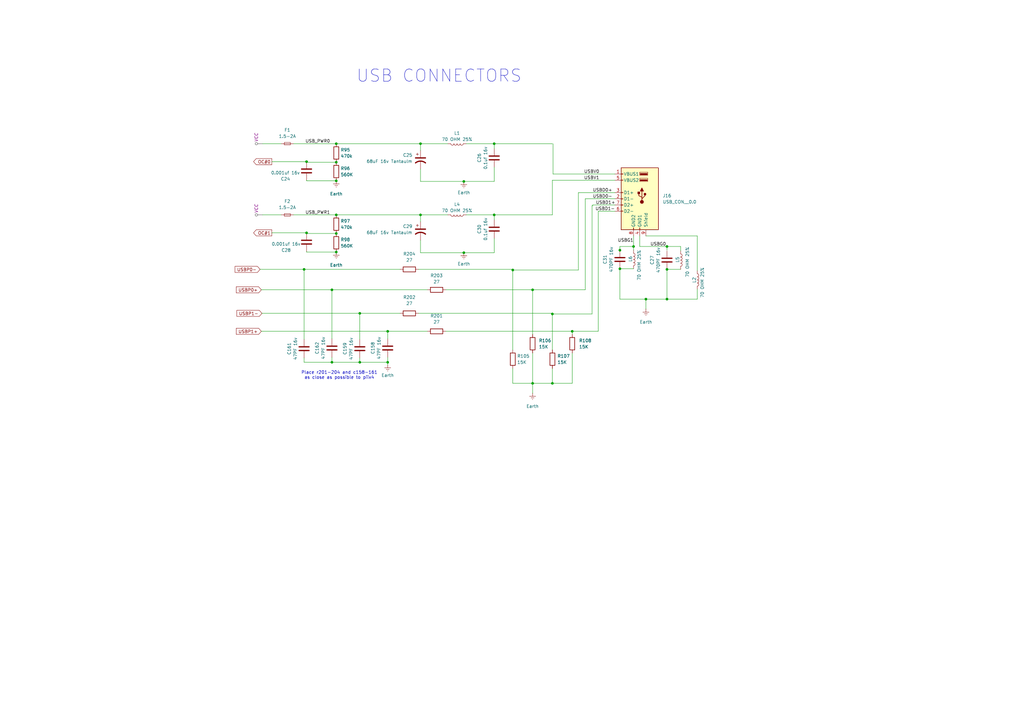
<source format=kicad_sch>
(kicad_sch
	(version 20231120)
	(generator "eeschema")
	(generator_version "8.0")
	(uuid "c21d09c4-6e55-413b-846c-46e45027be87")
	(paper "A3")
	(lib_symbols
		(symbol "Connector:USB_A_Stacked"
			(pin_names
				(offset 1.016)
			)
			(exclude_from_sim no)
			(in_bom yes)
			(on_board yes)
			(property "Reference" "J"
				(at 0 15.875 0)
				(effects
					(font
						(size 1.27 1.27)
					)
				)
			)
			(property "Value" "USB_A_Stacked"
				(at 0 13.97 0)
				(effects
					(font
						(size 1.27 1.27)
					)
				)
			)
			(property "Footprint" ""
				(at 3.81 -13.97 0)
				(effects
					(font
						(size 1.27 1.27)
					)
					(justify left)
					(hide yes)
				)
			)
			(property "Datasheet" "~"
				(at 5.08 1.27 0)
				(effects
					(font
						(size 1.27 1.27)
					)
					(hide yes)
				)
			)
			(property "Description" "USB Type A connector, stacked"
				(at 0 0 0)
				(effects
					(font
						(size 1.27 1.27)
					)
					(hide yes)
				)
			)
			(property "ki_keywords" "connector USB"
				(at 0 0 0)
				(effects
					(font
						(size 1.27 1.27)
					)
					(hide yes)
				)
			)
			(property "ki_fp_filters" "USB*"
				(at 0 0 0)
				(effects
					(font
						(size 1.27 1.27)
					)
					(hide yes)
				)
			)
			(symbol "USB_A_Stacked_0_1"
				(rectangle
					(start -7.62 12.7)
					(end 7.62 -12.7)
					(stroke
						(width 0.254)
						(type default)
					)
					(fill
						(type background)
					)
				)
				(circle
					(center -2.159 1.905)
					(radius 0.381)
					(stroke
						(width 0.254)
						(type default)
					)
					(fill
						(type outline)
					)
				)
				(circle
					(center -0.889 -1.27)
					(radius 0.635)
					(stroke
						(width 0.254)
						(type default)
					)
					(fill
						(type outline)
					)
				)
				(rectangle
					(start -0.254 7.366)
					(end -3.048 7.874)
					(stroke
						(width 0)
						(type default)
					)
					(fill
						(type outline)
					)
				)
				(rectangle
					(start -0.254 9.906)
					(end -3.048 10.414)
					(stroke
						(width 0)
						(type default)
					)
					(fill
						(type outline)
					)
				)
				(rectangle
					(start -0.127 -12.7)
					(end 0.127 -11.938)
					(stroke
						(width 0)
						(type default)
					)
					(fill
						(type none)
					)
				)
				(polyline
					(pts
						(xy -1.524 3.175) (xy -0.254 3.175) (xy -0.889 4.445) (xy -1.524 3.175)
					)
					(stroke
						(width 0.254)
						(type default)
					)
					(fill
						(type outline)
					)
				)
				(polyline
					(pts
						(xy -0.889 -0.635) (xy -0.889 0) (xy -2.159 1.27) (xy -2.159 1.905)
					)
					(stroke
						(width 0.254)
						(type default)
					)
					(fill
						(type none)
					)
				)
				(polyline
					(pts
						(xy -0.889 0) (xy -0.889 0.635) (xy 0.381 1.27) (xy 0.381 2.54)
					)
					(stroke
						(width 0.254)
						(type default)
					)
					(fill
						(type none)
					)
				)
				(rectangle
					(start 0 2.794)
					(end 0.762 2.032)
					(stroke
						(width 0.254)
						(type default)
					)
					(fill
						(type outline)
					)
				)
				(rectangle
					(start 0 7.112)
					(end -3.302 8.382)
					(stroke
						(width 0)
						(type default)
					)
					(fill
						(type none)
					)
				)
				(rectangle
					(start 0 9.652)
					(end -3.302 10.922)
					(stroke
						(width 0)
						(type default)
					)
					(fill
						(type none)
					)
				)
				(rectangle
					(start 2.413 -12.7)
					(end 2.667 -11.938)
					(stroke
						(width 0)
						(type default)
					)
					(fill
						(type none)
					)
				)
				(rectangle
					(start 7.62 -5.207)
					(end 6.858 -4.953)
					(stroke
						(width 0)
						(type default)
					)
					(fill
						(type none)
					)
				)
				(rectangle
					(start 7.62 -2.667)
					(end 6.858 -2.413)
					(stroke
						(width 0)
						(type default)
					)
					(fill
						(type none)
					)
				)
				(rectangle
					(start 7.62 -0.127)
					(end 6.858 0.127)
					(stroke
						(width 0)
						(type default)
					)
					(fill
						(type none)
					)
				)
				(rectangle
					(start 7.62 2.413)
					(end 6.858 2.667)
					(stroke
						(width 0)
						(type default)
					)
					(fill
						(type none)
					)
				)
				(rectangle
					(start 7.62 7.493)
					(end 6.858 7.747)
					(stroke
						(width 0)
						(type default)
					)
					(fill
						(type none)
					)
				)
				(rectangle
					(start 7.62 10.033)
					(end 6.858 10.287)
					(stroke
						(width 0)
						(type default)
					)
					(fill
						(type none)
					)
				)
			)
			(symbol "USB_A_Stacked_1_1"
				(polyline
					(pts
						(xy -0.889 0.635) (xy -0.889 3.175)
					)
					(stroke
						(width 0.254)
						(type default)
					)
					(fill
						(type none)
					)
				)
				(pin power_in line
					(at 10.16 10.16 180)
					(length 2.54)
					(name "VBUS1"
						(effects
							(font
								(size 1.27 1.27)
							)
						)
					)
					(number "1"
						(effects
							(font
								(size 1.27 1.27)
							)
						)
					)
				)
				(pin bidirectional line
					(at 10.16 0 180)
					(length 2.54)
					(name "D1-"
						(effects
							(font
								(size 1.27 1.27)
							)
						)
					)
					(number "2"
						(effects
							(font
								(size 1.27 1.27)
							)
						)
					)
				)
				(pin bidirectional line
					(at 10.16 2.54 180)
					(length 2.54)
					(name "D1+"
						(effects
							(font
								(size 1.27 1.27)
							)
						)
					)
					(number "3"
						(effects
							(font
								(size 1.27 1.27)
							)
						)
					)
				)
				(pin power_in line
					(at 0 -15.24 90)
					(length 2.54)
					(name "GND1"
						(effects
							(font
								(size 1.27 1.27)
							)
						)
					)
					(number "4"
						(effects
							(font
								(size 1.27 1.27)
							)
						)
					)
				)
				(pin power_in line
					(at 10.16 7.62 180)
					(length 2.54)
					(name "VBUS2"
						(effects
							(font
								(size 1.27 1.27)
							)
						)
					)
					(number "5"
						(effects
							(font
								(size 1.27 1.27)
							)
						)
					)
				)
				(pin bidirectional line
					(at 10.16 -5.08 180)
					(length 2.54)
					(name "D2-"
						(effects
							(font
								(size 1.27 1.27)
							)
						)
					)
					(number "6"
						(effects
							(font
								(size 1.27 1.27)
							)
						)
					)
				)
				(pin bidirectional line
					(at 10.16 -2.54 180)
					(length 2.54)
					(name "D2+"
						(effects
							(font
								(size 1.27 1.27)
							)
						)
					)
					(number "7"
						(effects
							(font
								(size 1.27 1.27)
							)
						)
					)
				)
				(pin power_in line
					(at 2.54 -15.24 90)
					(length 2.54)
					(name "GND2"
						(effects
							(font
								(size 1.27 1.27)
							)
						)
					)
					(number "8"
						(effects
							(font
								(size 1.27 1.27)
							)
						)
					)
				)
				(pin passive line
					(at -2.54 -15.24 90)
					(length 2.54)
					(name "Shield"
						(effects
							(font
								(size 1.27 1.27)
							)
						)
					)
					(number "9"
						(effects
							(font
								(size 1.27 1.27)
							)
						)
					)
				)
			)
		)
		(symbol "Device:C"
			(pin_numbers hide)
			(pin_names
				(offset 0.254)
			)
			(exclude_from_sim no)
			(in_bom yes)
			(on_board yes)
			(property "Reference" "C"
				(at 0.635 2.54 0)
				(effects
					(font
						(size 1.27 1.27)
					)
					(justify left)
				)
			)
			(property "Value" "C"
				(at 0.635 -2.54 0)
				(effects
					(font
						(size 1.27 1.27)
					)
					(justify left)
				)
			)
			(property "Footprint" ""
				(at 0.9652 -3.81 0)
				(effects
					(font
						(size 1.27 1.27)
					)
					(hide yes)
				)
			)
			(property "Datasheet" "~"
				(at 0 0 0)
				(effects
					(font
						(size 1.27 1.27)
					)
					(hide yes)
				)
			)
			(property "Description" "Unpolarized capacitor"
				(at 0 0 0)
				(effects
					(font
						(size 1.27 1.27)
					)
					(hide yes)
				)
			)
			(property "ki_keywords" "cap capacitor"
				(at 0 0 0)
				(effects
					(font
						(size 1.27 1.27)
					)
					(hide yes)
				)
			)
			(property "ki_fp_filters" "C_*"
				(at 0 0 0)
				(effects
					(font
						(size 1.27 1.27)
					)
					(hide yes)
				)
			)
			(symbol "C_0_1"
				(polyline
					(pts
						(xy -2.032 -0.762) (xy 2.032 -0.762)
					)
					(stroke
						(width 0.508)
						(type default)
					)
					(fill
						(type none)
					)
				)
				(polyline
					(pts
						(xy -2.032 0.762) (xy 2.032 0.762)
					)
					(stroke
						(width 0.508)
						(type default)
					)
					(fill
						(type none)
					)
				)
			)
			(symbol "C_1_1"
				(pin passive line
					(at 0 3.81 270)
					(length 2.794)
					(name "~"
						(effects
							(font
								(size 1.27 1.27)
							)
						)
					)
					(number "1"
						(effects
							(font
								(size 1.27 1.27)
							)
						)
					)
				)
				(pin passive line
					(at 0 -3.81 90)
					(length 2.794)
					(name "~"
						(effects
							(font
								(size 1.27 1.27)
							)
						)
					)
					(number "2"
						(effects
							(font
								(size 1.27 1.27)
							)
						)
					)
				)
			)
		)
		(symbol "Device:C_Polarized_US"
			(pin_numbers hide)
			(pin_names
				(offset 0.254) hide)
			(exclude_from_sim no)
			(in_bom yes)
			(on_board yes)
			(property "Reference" "C"
				(at 0.635 2.54 0)
				(effects
					(font
						(size 1.27 1.27)
					)
					(justify left)
				)
			)
			(property "Value" "C_Polarized_US"
				(at 0.635 -2.54 0)
				(effects
					(font
						(size 1.27 1.27)
					)
					(justify left)
				)
			)
			(property "Footprint" ""
				(at 0 0 0)
				(effects
					(font
						(size 1.27 1.27)
					)
					(hide yes)
				)
			)
			(property "Datasheet" "~"
				(at 0 0 0)
				(effects
					(font
						(size 1.27 1.27)
					)
					(hide yes)
				)
			)
			(property "Description" "Polarized capacitor, US symbol"
				(at 0 0 0)
				(effects
					(font
						(size 1.27 1.27)
					)
					(hide yes)
				)
			)
			(property "ki_keywords" "cap capacitor"
				(at 0 0 0)
				(effects
					(font
						(size 1.27 1.27)
					)
					(hide yes)
				)
			)
			(property "ki_fp_filters" "CP_*"
				(at 0 0 0)
				(effects
					(font
						(size 1.27 1.27)
					)
					(hide yes)
				)
			)
			(symbol "C_Polarized_US_0_1"
				(polyline
					(pts
						(xy -2.032 0.762) (xy 2.032 0.762)
					)
					(stroke
						(width 0.508)
						(type default)
					)
					(fill
						(type none)
					)
				)
				(polyline
					(pts
						(xy -1.778 2.286) (xy -0.762 2.286)
					)
					(stroke
						(width 0)
						(type default)
					)
					(fill
						(type none)
					)
				)
				(polyline
					(pts
						(xy -1.27 1.778) (xy -1.27 2.794)
					)
					(stroke
						(width 0)
						(type default)
					)
					(fill
						(type none)
					)
				)
				(arc
					(start 2.032 -1.27)
					(mid 0 -0.5572)
					(end -2.032 -1.27)
					(stroke
						(width 0.508)
						(type default)
					)
					(fill
						(type none)
					)
				)
			)
			(symbol "C_Polarized_US_1_1"
				(pin passive line
					(at 0 3.81 270)
					(length 2.794)
					(name "~"
						(effects
							(font
								(size 1.27 1.27)
							)
						)
					)
					(number "1"
						(effects
							(font
								(size 1.27 1.27)
							)
						)
					)
				)
				(pin passive line
					(at 0 -3.81 90)
					(length 3.302)
					(name "~"
						(effects
							(font
								(size 1.27 1.27)
							)
						)
					)
					(number "2"
						(effects
							(font
								(size 1.27 1.27)
							)
						)
					)
				)
			)
		)
		(symbol "Device:Fuse_Small"
			(pin_numbers hide)
			(pin_names
				(offset 0.254) hide)
			(exclude_from_sim no)
			(in_bom yes)
			(on_board yes)
			(property "Reference" "F"
				(at 0 -1.524 0)
				(effects
					(font
						(size 1.27 1.27)
					)
				)
			)
			(property "Value" "Fuse_Small"
				(at 0 1.524 0)
				(effects
					(font
						(size 1.27 1.27)
					)
				)
			)
			(property "Footprint" ""
				(at 0 0 0)
				(effects
					(font
						(size 1.27 1.27)
					)
					(hide yes)
				)
			)
			(property "Datasheet" "~"
				(at 0 0 0)
				(effects
					(font
						(size 1.27 1.27)
					)
					(hide yes)
				)
			)
			(property "Description" "Fuse, small symbol"
				(at 0 0 0)
				(effects
					(font
						(size 1.27 1.27)
					)
					(hide yes)
				)
			)
			(property "ki_keywords" "fuse"
				(at 0 0 0)
				(effects
					(font
						(size 1.27 1.27)
					)
					(hide yes)
				)
			)
			(property "ki_fp_filters" "*Fuse*"
				(at 0 0 0)
				(effects
					(font
						(size 1.27 1.27)
					)
					(hide yes)
				)
			)
			(symbol "Fuse_Small_0_1"
				(rectangle
					(start -1.27 0.508)
					(end 1.27 -0.508)
					(stroke
						(width 0)
						(type default)
					)
					(fill
						(type none)
					)
				)
				(polyline
					(pts
						(xy -1.27 0) (xy 1.27 0)
					)
					(stroke
						(width 0)
						(type default)
					)
					(fill
						(type none)
					)
				)
			)
			(symbol "Fuse_Small_1_1"
				(pin passive line
					(at -2.54 0 0)
					(length 1.27)
					(name "~"
						(effects
							(font
								(size 1.27 1.27)
							)
						)
					)
					(number "1"
						(effects
							(font
								(size 1.27 1.27)
							)
						)
					)
				)
				(pin passive line
					(at 2.54 0 180)
					(length 1.27)
					(name "~"
						(effects
							(font
								(size 1.27 1.27)
							)
						)
					)
					(number "2"
						(effects
							(font
								(size 1.27 1.27)
							)
						)
					)
				)
			)
		)
		(symbol "Device:L"
			(pin_numbers hide)
			(pin_names
				(offset 1.016) hide)
			(exclude_from_sim no)
			(in_bom yes)
			(on_board yes)
			(property "Reference" "L"
				(at -1.27 0 90)
				(effects
					(font
						(size 1.27 1.27)
					)
				)
			)
			(property "Value" "L"
				(at 1.905 0 90)
				(effects
					(font
						(size 1.27 1.27)
					)
				)
			)
			(property "Footprint" ""
				(at 0 0 0)
				(effects
					(font
						(size 1.27 1.27)
					)
					(hide yes)
				)
			)
			(property "Datasheet" "~"
				(at 0 0 0)
				(effects
					(font
						(size 1.27 1.27)
					)
					(hide yes)
				)
			)
			(property "Description" "Inductor"
				(at 0 0 0)
				(effects
					(font
						(size 1.27 1.27)
					)
					(hide yes)
				)
			)
			(property "ki_keywords" "inductor choke coil reactor magnetic"
				(at 0 0 0)
				(effects
					(font
						(size 1.27 1.27)
					)
					(hide yes)
				)
			)
			(property "ki_fp_filters" "Choke_* *Coil* Inductor_* L_*"
				(at 0 0 0)
				(effects
					(font
						(size 1.27 1.27)
					)
					(hide yes)
				)
			)
			(symbol "L_0_1"
				(arc
					(start 0 -2.54)
					(mid 0.6323 -1.905)
					(end 0 -1.27)
					(stroke
						(width 0)
						(type default)
					)
					(fill
						(type none)
					)
				)
				(arc
					(start 0 -1.27)
					(mid 0.6323 -0.635)
					(end 0 0)
					(stroke
						(width 0)
						(type default)
					)
					(fill
						(type none)
					)
				)
				(arc
					(start 0 0)
					(mid 0.6323 0.635)
					(end 0 1.27)
					(stroke
						(width 0)
						(type default)
					)
					(fill
						(type none)
					)
				)
				(arc
					(start 0 1.27)
					(mid 0.6323 1.905)
					(end 0 2.54)
					(stroke
						(width 0)
						(type default)
					)
					(fill
						(type none)
					)
				)
			)
			(symbol "L_1_1"
				(pin passive line
					(at 0 3.81 270)
					(length 1.27)
					(name "1"
						(effects
							(font
								(size 1.27 1.27)
							)
						)
					)
					(number "1"
						(effects
							(font
								(size 1.27 1.27)
							)
						)
					)
				)
				(pin passive line
					(at 0 -3.81 90)
					(length 1.27)
					(name "2"
						(effects
							(font
								(size 1.27 1.27)
							)
						)
					)
					(number "2"
						(effects
							(font
								(size 1.27 1.27)
							)
						)
					)
				)
			)
		)
		(symbol "Device:R"
			(pin_numbers hide)
			(pin_names
				(offset 0)
			)
			(exclude_from_sim no)
			(in_bom yes)
			(on_board yes)
			(property "Reference" "R"
				(at 2.032 0 90)
				(effects
					(font
						(size 1.27 1.27)
					)
				)
			)
			(property "Value" "R"
				(at 0 0 90)
				(effects
					(font
						(size 1.27 1.27)
					)
				)
			)
			(property "Footprint" ""
				(at -1.778 0 90)
				(effects
					(font
						(size 1.27 1.27)
					)
					(hide yes)
				)
			)
			(property "Datasheet" "~"
				(at 0 0 0)
				(effects
					(font
						(size 1.27 1.27)
					)
					(hide yes)
				)
			)
			(property "Description" "Resistor"
				(at 0 0 0)
				(effects
					(font
						(size 1.27 1.27)
					)
					(hide yes)
				)
			)
			(property "ki_keywords" "R res resistor"
				(at 0 0 0)
				(effects
					(font
						(size 1.27 1.27)
					)
					(hide yes)
				)
			)
			(property "ki_fp_filters" "R_*"
				(at 0 0 0)
				(effects
					(font
						(size 1.27 1.27)
					)
					(hide yes)
				)
			)
			(symbol "R_0_1"
				(rectangle
					(start -1.016 -2.54)
					(end 1.016 2.54)
					(stroke
						(width 0.254)
						(type default)
					)
					(fill
						(type none)
					)
				)
			)
			(symbol "R_1_1"
				(pin passive line
					(at 0 3.81 270)
					(length 1.27)
					(name "~"
						(effects
							(font
								(size 1.27 1.27)
							)
						)
					)
					(number "1"
						(effects
							(font
								(size 1.27 1.27)
							)
						)
					)
				)
				(pin passive line
					(at 0 -3.81 90)
					(length 1.27)
					(name "~"
						(effects
							(font
								(size 1.27 1.27)
							)
						)
					)
					(number "2"
						(effects
							(font
								(size 1.27 1.27)
							)
						)
					)
				)
			)
		)
		(symbol "power:Earth"
			(power)
			(pin_numbers hide)
			(pin_names
				(offset 0) hide)
			(exclude_from_sim no)
			(in_bom yes)
			(on_board yes)
			(property "Reference" "#PWR"
				(at 0 -6.35 0)
				(effects
					(font
						(size 1.27 1.27)
					)
					(hide yes)
				)
			)
			(property "Value" "Earth"
				(at 0 -3.81 0)
				(effects
					(font
						(size 1.27 1.27)
					)
				)
			)
			(property "Footprint" ""
				(at 0 0 0)
				(effects
					(font
						(size 1.27 1.27)
					)
					(hide yes)
				)
			)
			(property "Datasheet" "~"
				(at 0 0 0)
				(effects
					(font
						(size 1.27 1.27)
					)
					(hide yes)
				)
			)
			(property "Description" "Power symbol creates a global label with name \"Earth\""
				(at 0 0 0)
				(effects
					(font
						(size 1.27 1.27)
					)
					(hide yes)
				)
			)
			(property "ki_keywords" "global ground gnd"
				(at 0 0 0)
				(effects
					(font
						(size 1.27 1.27)
					)
					(hide yes)
				)
			)
			(symbol "Earth_0_1"
				(polyline
					(pts
						(xy -0.635 -1.905) (xy 0.635 -1.905)
					)
					(stroke
						(width 0)
						(type default)
					)
					(fill
						(type none)
					)
				)
				(polyline
					(pts
						(xy -0.127 -2.54) (xy 0.127 -2.54)
					)
					(stroke
						(width 0)
						(type default)
					)
					(fill
						(type none)
					)
				)
				(polyline
					(pts
						(xy 0 -1.27) (xy 0 0)
					)
					(stroke
						(width 0)
						(type default)
					)
					(fill
						(type none)
					)
				)
				(polyline
					(pts
						(xy 1.27 -1.27) (xy -1.27 -1.27)
					)
					(stroke
						(width 0)
						(type default)
					)
					(fill
						(type none)
					)
				)
			)
			(symbol "Earth_1_1"
				(pin power_in line
					(at 0 0 270)
					(length 0)
					(name "~"
						(effects
							(font
								(size 1.27 1.27)
							)
						)
					)
					(number "1"
						(effects
							(font
								(size 1.27 1.27)
							)
						)
					)
				)
			)
		)
	)
	(junction
		(at 147.574 128.524)
		(diameter 0)
		(color 0 0 0 0)
		(uuid "0239dc9a-324a-4599-b659-4e9a2b831edc")
	)
	(junction
		(at 172.466 88.138)
		(diameter 0)
		(color 0 0 0 0)
		(uuid "05a28c14-0556-4261-ac1d-59be811e737b")
	)
	(junction
		(at 137.922 95.758)
		(diameter 0)
		(color 0 0 0 0)
		(uuid "0f7db44d-709a-4cac-a18e-8f59c7f8c9cf")
	)
	(junction
		(at 218.44 118.872)
		(diameter 0)
		(color 0 0 0 0)
		(uuid "1ab677c5-50b0-4db4-9a9b-72754fabbfce")
	)
	(junction
		(at 125.73 95.504)
		(diameter 0)
		(color 0 0 0 0)
		(uuid "32a4819e-80e8-41a5-bdbb-ae1044f0a967")
	)
	(junction
		(at 136.144 148.59)
		(diameter 0)
		(color 0 0 0 0)
		(uuid "3838b9aa-5694-4c0e-ad1e-0fac27db89fc")
	)
	(junction
		(at 273.558 101.092)
		(diameter 0)
		(color 0 0 0 0)
		(uuid "3deb0488-3132-4a14-8127-881f88103330")
	)
	(junction
		(at 273.558 110.49)
		(diameter 0)
		(color 0 0 0 0)
		(uuid "40bb5e97-2bb3-42d7-af4e-0e25c0bab428")
	)
	(junction
		(at 226.568 128.778)
		(diameter 0)
		(color 0 0 0 0)
		(uuid "48e88052-a07a-45f5-a64e-e7678203b2dd")
	)
	(junction
		(at 137.922 103.378)
		(diameter 0)
		(color 0 0 0 0)
		(uuid "54317122-bdae-4f6e-8a86-1c53cb67925a")
	)
	(junction
		(at 136.144 118.872)
		(diameter 0)
		(color 0 0 0 0)
		(uuid "54378bac-bd90-4320-8a17-ab617fe9fddf")
	)
	(junction
		(at 264.922 122.682)
		(diameter 0)
		(color 0 0 0 0)
		(uuid "64ea3ed4-3499-4703-8dc1-c6fad8e158d5")
	)
	(junction
		(at 234.696 135.89)
		(diameter 0)
		(color 0 0 0 0)
		(uuid "669556c2-a43c-49dd-a961-93abd4bfd5c3")
	)
	(junction
		(at 210.312 110.744)
		(diameter 0)
		(color 0 0 0 0)
		(uuid "77fa278e-fea7-42b3-b2b8-3b8b2d6ce5f3")
	)
	(junction
		(at 259.842 101.092)
		(diameter 0)
		(color 0 0 0 0)
		(uuid "8103bf59-548d-4f4e-b873-0ce9643d3196")
	)
	(junction
		(at 190.246 103.632)
		(diameter 0)
		(color 0 0 0 0)
		(uuid "90599429-e507-43ab-bbd6-be8205a899d8")
	)
	(junction
		(at 226.568 157.226)
		(diameter 0)
		(color 0 0 0 0)
		(uuid "90c46318-e510-4c04-a939-04dfb416cec0")
	)
	(junction
		(at 218.44 157.226)
		(diameter 0)
		(color 0 0 0 0)
		(uuid "92aae116-18f7-4c9f-a3bc-e76c4af4c025")
	)
	(junction
		(at 137.922 88.138)
		(diameter 0)
		(color 0 0 0 0)
		(uuid "93916ac3-7c2b-4725-8157-54a433f5abb5")
	)
	(junction
		(at 254.254 110.236)
		(diameter 0)
		(color 0 0 0 0)
		(uuid "94bbd6f1-b67a-4780-9d84-f080384e4a50")
	)
	(junction
		(at 137.922 66.548)
		(diameter 0)
		(color 0 0 0 0)
		(uuid "981ff777-ae2e-47bb-91c0-48f334f98af4")
	)
	(junction
		(at 137.922 74.168)
		(diameter 0)
		(color 0 0 0 0)
		(uuid "9f588f33-0863-4b0f-97e3-d1a170f3fb8f")
	)
	(junction
		(at 137.922 58.928)
		(diameter 0)
		(color 0 0 0 0)
		(uuid "a07e9d3d-2c1c-4805-9a95-425ca8a3cf84")
	)
	(junction
		(at 125.73 66.294)
		(diameter 0)
		(color 0 0 0 0)
		(uuid "abbde3e7-0094-4836-9e23-28f526ae1dc8")
	)
	(junction
		(at 202.692 58.928)
		(diameter 0)
		(color 0 0 0 0)
		(uuid "b5c1624c-5169-44d9-a3ed-92928ab752b5")
	)
	(junction
		(at 124.714 110.49)
		(diameter 0)
		(color 0 0 0 0)
		(uuid "bc5328d7-fe0d-4048-b0bc-0f8e8ec8c691")
	)
	(junction
		(at 254.254 102.616)
		(diameter 0)
		(color 0 0 0 0)
		(uuid "c84184b5-536e-4255-8b61-de375dfb2374")
	)
	(junction
		(at 159.004 148.59)
		(diameter 0)
		(color 0 0 0 0)
		(uuid "d37c2316-3f64-4fe0-86e8-5969b53a857b")
	)
	(junction
		(at 159.004 135.89)
		(diameter 0)
		(color 0 0 0 0)
		(uuid "d568ef0a-3905-4c91-8399-97ca755f9cbe")
	)
	(junction
		(at 147.574 148.59)
		(diameter 0)
		(color 0 0 0 0)
		(uuid "d7ffc886-83fd-4a99-bf18-253419ffeefd")
	)
	(junction
		(at 172.466 58.928)
		(diameter 0)
		(color 0 0 0 0)
		(uuid "de45f54d-2f4d-4734-a836-91ef03a39bc9")
	)
	(junction
		(at 202.692 88.138)
		(diameter 0)
		(color 0 0 0 0)
		(uuid "f1086134-453c-4df5-a141-8fc9d9e6f29b")
	)
	(junction
		(at 273.558 122.682)
		(diameter 0)
		(color 0 0 0 0)
		(uuid "f59fc663-1084-4de6-b8d9-0f96feea3b1e")
	)
	(junction
		(at 190.246 74.422)
		(diameter 0)
		(color 0 0 0 0)
		(uuid "fc90bb4f-1427-4ec4-bbc5-49a2b076c12b")
	)
	(wire
		(pts
			(xy 234.696 135.89) (xy 245.364 135.89)
		)
		(stroke
			(width 0)
			(type default)
		)
		(uuid "06045ad5-d0a6-4a5c-9da8-a7abe70fef64")
	)
	(wire
		(pts
			(xy 202.692 58.928) (xy 191.262 58.928)
		)
		(stroke
			(width 0)
			(type default)
		)
		(uuid "08ee1a20-9644-46a3-975f-8eb1a8c6b8ab")
	)
	(wire
		(pts
			(xy 240.03 81.534) (xy 252.222 81.534)
		)
		(stroke
			(width 0)
			(type default)
		)
		(uuid "08ef3d3b-ef4c-4a19-b080-e08abbde157a")
	)
	(wire
		(pts
			(xy 254.254 122.682) (xy 264.922 122.682)
		)
		(stroke
			(width 0)
			(type default)
		)
		(uuid "0c01043d-2ccc-49a1-a92d-7dd62a78c8b6")
	)
	(wire
		(pts
			(xy 137.922 88.138) (xy 172.466 88.138)
		)
		(stroke
			(width 0)
			(type default)
		)
		(uuid "0c054e34-50da-42f2-b903-0c672253b260")
	)
	(wire
		(pts
			(xy 226.568 128.778) (xy 226.568 143.51)
		)
		(stroke
			(width 0)
			(type default)
		)
		(uuid "0c7856c4-b884-438a-8492-c5307d668b46")
	)
	(wire
		(pts
			(xy 125.73 66.548) (xy 137.922 66.548)
		)
		(stroke
			(width 0)
			(type default)
		)
		(uuid "0e559500-dc54-4f19-8f8f-5379cf2cc982")
	)
	(wire
		(pts
			(xy 172.466 74.422) (xy 172.466 69.342)
		)
		(stroke
			(width 0)
			(type default)
		)
		(uuid "0f09a2b1-97c8-4b04-9797-193cb5f07dca")
	)
	(wire
		(pts
			(xy 111.506 95.504) (xy 125.73 95.504)
		)
		(stroke
			(width 0)
			(type default)
		)
		(uuid "11a9ef15-eded-4773-8727-e70421997009")
	)
	(wire
		(pts
			(xy 159.004 138.938) (xy 159.004 135.89)
		)
		(stroke
			(width 0)
			(type default)
		)
		(uuid "165e44ac-5b7b-4285-9e98-78a8c22b789b")
	)
	(wire
		(pts
			(xy 210.312 157.226) (xy 218.44 157.226)
		)
		(stroke
			(width 0)
			(type default)
		)
		(uuid "18c5e30e-da40-4c0e-9c40-5112dee76fad")
	)
	(wire
		(pts
			(xy 218.44 118.872) (xy 240.03 118.872)
		)
		(stroke
			(width 0)
			(type default)
		)
		(uuid "1918e4e9-c236-445c-b168-07e30938cb71")
	)
	(wire
		(pts
			(xy 210.312 110.49) (xy 210.312 110.744)
		)
		(stroke
			(width 0)
			(type default)
		)
		(uuid "1f50865a-bfda-440b-ab7f-bd9060d34a59")
	)
	(wire
		(pts
			(xy 262.382 96.774) (xy 262.382 101.092)
		)
		(stroke
			(width 0)
			(type default)
		)
		(uuid "23f6f031-5287-4a64-96bc-6323b07936fc")
	)
	(wire
		(pts
			(xy 226.568 73.914) (xy 226.568 88.138)
		)
		(stroke
			(width 0)
			(type default)
		)
		(uuid "24200099-2577-4437-b8fa-4a61fbcba74d")
	)
	(wire
		(pts
			(xy 137.922 74.168) (xy 125.73 74.168)
		)
		(stroke
			(width 0)
			(type default)
		)
		(uuid "27dbd74d-3365-47d0-8466-a7a273a95068")
	)
	(wire
		(pts
			(xy 202.692 58.928) (xy 226.568 58.928)
		)
		(stroke
			(width 0)
			(type default)
		)
		(uuid "280cdedf-d288-491e-94b2-021f8bfeec59")
	)
	(wire
		(pts
			(xy 107.188 135.89) (xy 159.004 135.89)
		)
		(stroke
			(width 0)
			(type default)
		)
		(uuid "2b7fafb7-d995-4116-b425-f2261d1b6147")
	)
	(wire
		(pts
			(xy 286.004 96.774) (xy 286.004 110.998)
		)
		(stroke
			(width 0)
			(type default)
		)
		(uuid "2c5c5e1f-649c-4c64-aa78-d3bcdb61c879")
	)
	(wire
		(pts
			(xy 264.922 122.682) (xy 273.558 122.682)
		)
		(stroke
			(width 0)
			(type default)
		)
		(uuid "2debead5-3cf2-42ec-839b-265b95927c01")
	)
	(wire
		(pts
			(xy 279.146 110.49) (xy 273.558 110.49)
		)
		(stroke
			(width 0)
			(type default)
		)
		(uuid "31152c2f-2d70-4156-89e7-644cee24050b")
	)
	(wire
		(pts
			(xy 240.03 81.534) (xy 240.03 118.872)
		)
		(stroke
			(width 0)
			(type default)
		)
		(uuid "33a4c5ce-b376-4f93-8ead-aa8314e9af53")
	)
	(wire
		(pts
			(xy 147.574 148.59) (xy 159.004 148.59)
		)
		(stroke
			(width 0)
			(type default)
		)
		(uuid "3735e294-a6e5-4f20-8efa-f5435df6a0ab")
	)
	(wire
		(pts
			(xy 226.568 157.226) (xy 234.696 157.226)
		)
		(stroke
			(width 0)
			(type default)
		)
		(uuid "3845c657-e6a1-4bb8-81b2-7ad1273cb814")
	)
	(wire
		(pts
			(xy 182.88 118.872) (xy 218.44 118.872)
		)
		(stroke
			(width 0)
			(type default)
		)
		(uuid "39a49287-6b7f-4ac1-8fc2-d4a0b0002d7a")
	)
	(wire
		(pts
			(xy 147.574 148.59) (xy 147.574 146.812)
		)
		(stroke
			(width 0)
			(type default)
		)
		(uuid "3c9568b5-58b8-4bce-8d9e-3f1a7b9d5db3")
	)
	(wire
		(pts
			(xy 136.144 118.872) (xy 175.26 118.872)
		)
		(stroke
			(width 0)
			(type default)
		)
		(uuid "3ca8a85e-4a74-4cd2-b2fd-9405339190cf")
	)
	(wire
		(pts
			(xy 279.146 101.092) (xy 279.146 102.87)
		)
		(stroke
			(width 0)
			(type default)
		)
		(uuid "46e55611-60ba-4ab4-837f-37dfa791a36c")
	)
	(wire
		(pts
			(xy 273.558 110.49) (xy 273.558 122.682)
		)
		(stroke
			(width 0)
			(type default)
		)
		(uuid "4c939faf-3d44-4c89-a6ea-db1c3e3c71a6")
	)
	(wire
		(pts
			(xy 125.73 95.758) (xy 125.73 95.504)
		)
		(stroke
			(width 0)
			(type default)
		)
		(uuid "4eb97097-cc9a-4795-940d-6475bc48ba36")
	)
	(wire
		(pts
			(xy 243.078 84.074) (xy 252.222 84.074)
		)
		(stroke
			(width 0)
			(type default)
		)
		(uuid "4f35ab94-804b-433f-9e21-dea1d285c300")
	)
	(wire
		(pts
			(xy 111.506 66.294) (xy 125.73 66.294)
		)
		(stroke
			(width 0)
			(type default)
		)
		(uuid "4f840a77-3230-4622-a3f4-74835864995a")
	)
	(wire
		(pts
			(xy 136.144 146.558) (xy 136.144 148.59)
		)
		(stroke
			(width 0)
			(type default)
		)
		(uuid "5154a29d-f38a-43b3-8f9e-45cf5f6d40f3")
	)
	(wire
		(pts
			(xy 242.824 84.328) (xy 242.824 128.778)
		)
		(stroke
			(width 0)
			(type default)
		)
		(uuid "57e5fcb3-1793-44f3-a095-b7ad261e6b46")
	)
	(wire
		(pts
			(xy 254 102.616) (xy 254.254 102.616)
		)
		(stroke
			(width 0)
			(type default)
		)
		(uuid "5853c642-1563-4cb9-a661-a8abbdacd5bf")
	)
	(wire
		(pts
			(xy 159.004 148.59) (xy 159.004 149.606)
		)
		(stroke
			(width 0)
			(type default)
		)
		(uuid "586900dd-d203-42b8-9c02-bbbdfdd625b8")
	)
	(wire
		(pts
			(xy 218.44 157.226) (xy 226.568 157.226)
		)
		(stroke
			(width 0)
			(type default)
		)
		(uuid "5b98ffb9-ac27-448b-bbb8-04a3c1d0fa23")
	)
	(wire
		(pts
			(xy 125.73 66.548) (xy 125.73 66.294)
		)
		(stroke
			(width 0)
			(type default)
		)
		(uuid "5bef0596-32dc-4457-b6cf-68af64ea08ba")
	)
	(wire
		(pts
			(xy 226.822 71.374) (xy 252.222 71.374)
		)
		(stroke
			(width 0)
			(type default)
		)
		(uuid "608d4d0e-b59f-4cca-b503-f240207337ee")
	)
	(wire
		(pts
			(xy 264.922 122.682) (xy 264.922 126.746)
		)
		(stroke
			(width 0)
			(type default)
		)
		(uuid "61ea1445-9dee-42d3-9375-a7b4d59ac7be")
	)
	(wire
		(pts
			(xy 234.696 135.89) (xy 234.696 137.16)
		)
		(stroke
			(width 0)
			(type default)
		)
		(uuid "62a40415-e82d-488c-9e29-7c24d3533253")
	)
	(wire
		(pts
			(xy 107.696 88.138) (xy 115.316 88.138)
		)
		(stroke
			(width 0)
			(type default)
		)
		(uuid "632256ec-69c9-4b00-b7ac-3dee32683ab7")
	)
	(wire
		(pts
			(xy 125.73 95.758) (xy 137.922 95.758)
		)
		(stroke
			(width 0)
			(type default)
		)
		(uuid "6432ef11-43e0-407e-8346-715c1692f38a")
	)
	(wire
		(pts
			(xy 120.396 88.138) (xy 137.922 88.138)
		)
		(stroke
			(width 0)
			(type default)
		)
		(uuid "6515af3a-2dd6-4c57-a430-eccc961f98ba")
	)
	(wire
		(pts
			(xy 125.73 103.124) (xy 125.73 103.378)
		)
		(stroke
			(width 0)
			(type default)
		)
		(uuid "65c40ef4-efb6-4e2c-b0f5-d81c37074b3e")
	)
	(wire
		(pts
			(xy 202.692 88.138) (xy 191.262 88.138)
		)
		(stroke
			(width 0)
			(type default)
		)
		(uuid "69955f63-ae70-4330-95b0-98a2950de5ee")
	)
	(wire
		(pts
			(xy 137.922 58.928) (xy 172.466 58.928)
		)
		(stroke
			(width 0)
			(type default)
		)
		(uuid "6a35f1f3-2450-4c7e-9d1e-439a94e588c6")
	)
	(wire
		(pts
			(xy 245.364 86.614) (xy 245.364 135.89)
		)
		(stroke
			(width 0)
			(type default)
		)
		(uuid "6abf3fbe-2093-4be9-9dc8-49bf2680b644")
	)
	(wire
		(pts
			(xy 259.842 101.092) (xy 259.842 102.616)
		)
		(stroke
			(width 0)
			(type default)
		)
		(uuid "6b563c64-64bb-49b7-9247-f0e5de20d373")
	)
	(wire
		(pts
			(xy 202.692 60.96) (xy 202.692 58.928)
		)
		(stroke
			(width 0)
			(type default)
		)
		(uuid "763726fc-464b-44e2-8ddd-a4e395410be8")
	)
	(wire
		(pts
			(xy 202.692 90.17) (xy 202.692 88.138)
		)
		(stroke
			(width 0)
			(type default)
		)
		(uuid "76c1757d-67de-4432-aa97-03295199ef7c")
	)
	(wire
		(pts
			(xy 254.254 101.092) (xy 254.254 102.616)
		)
		(stroke
			(width 0)
			(type default)
		)
		(uuid "782e71a2-3285-4a50-8e1e-dbb1b96a50fb")
	)
	(wire
		(pts
			(xy 124.714 110.49) (xy 124.714 139.192)
		)
		(stroke
			(width 0)
			(type default)
		)
		(uuid "78443aa0-6fee-4995-8b75-c58431cdf65a")
	)
	(wire
		(pts
			(xy 125.73 73.914) (xy 125.73 74.168)
		)
		(stroke
			(width 0)
			(type default)
		)
		(uuid "7a6d2656-f4e6-4269-83b6-abde8d41c5d9")
	)
	(wire
		(pts
			(xy 136.144 118.872) (xy 136.144 138.938)
		)
		(stroke
			(width 0)
			(type default)
		)
		(uuid "7b141fad-9bef-4c63-b127-dfad65513679")
	)
	(wire
		(pts
			(xy 262.382 101.092) (xy 273.558 101.092)
		)
		(stroke
			(width 0)
			(type default)
		)
		(uuid "7e601d8c-ac59-4f4f-b604-dba8ca070aaa")
	)
	(wire
		(pts
			(xy 252.222 73.914) (xy 226.568 73.914)
		)
		(stroke
			(width 0)
			(type default)
		)
		(uuid "7e926c01-2932-4008-aceb-3366a51e68d1")
	)
	(wire
		(pts
			(xy 172.466 61.722) (xy 172.466 58.928)
		)
		(stroke
			(width 0)
			(type default)
		)
		(uuid "7f478856-198a-41bf-a77d-aecbb6be5faa")
	)
	(wire
		(pts
			(xy 202.692 68.58) (xy 202.692 74.422)
		)
		(stroke
			(width 0)
			(type default)
		)
		(uuid "810d7f8e-8bf9-4dce-94dc-af9effbc51c1")
	)
	(wire
		(pts
			(xy 172.466 88.138) (xy 183.642 88.138)
		)
		(stroke
			(width 0)
			(type default)
		)
		(uuid "8539ce1c-ff7f-42b7-ae87-274cc99942cb")
	)
	(wire
		(pts
			(xy 286.004 118.618) (xy 286.004 122.682)
		)
		(stroke
			(width 0)
			(type default)
		)
		(uuid "87180c39-6cd8-4d3c-803c-0acc2a0556d8")
	)
	(wire
		(pts
			(xy 226.568 128.778) (xy 242.824 128.778)
		)
		(stroke
			(width 0)
			(type default)
		)
		(uuid "874797bb-0b65-4260-86e1-c19de91472a6")
	)
	(wire
		(pts
			(xy 136.144 148.59) (xy 147.574 148.59)
		)
		(stroke
			(width 0)
			(type default)
		)
		(uuid "8a98b00c-658d-4021-be15-eaaea800ff1e")
	)
	(wire
		(pts
			(xy 172.466 103.632) (xy 190.246 103.632)
		)
		(stroke
			(width 0)
			(type default)
		)
		(uuid "8bb48e82-abcd-4507-95aa-3b15fd9e7347")
	)
	(wire
		(pts
			(xy 107.188 118.872) (xy 136.144 118.872)
		)
		(stroke
			(width 0)
			(type default)
		)
		(uuid "8c0c6ae3-c3a8-4416-8afd-42af93f6b46c")
	)
	(wire
		(pts
			(xy 159.004 135.89) (xy 175.26 135.89)
		)
		(stroke
			(width 0)
			(type default)
		)
		(uuid "8e15ff06-1681-4fab-8cc3-b89229f2631d")
	)
	(wire
		(pts
			(xy 210.312 151.13) (xy 210.312 157.226)
		)
		(stroke
			(width 0)
			(type default)
		)
		(uuid "913dca10-7c8c-43fd-a12e-36fc9244b75d")
	)
	(wire
		(pts
			(xy 259.842 96.774) (xy 259.842 101.092)
		)
		(stroke
			(width 0)
			(type default)
		)
		(uuid "921aa58d-7777-49ff-b2b3-01a76859080a")
	)
	(wire
		(pts
			(xy 172.466 90.932) (xy 172.466 88.138)
		)
		(stroke
			(width 0)
			(type default)
		)
		(uuid "93c4aa89-ee31-4dcd-a65e-8c3549afa589")
	)
	(wire
		(pts
			(xy 159.004 146.558) (xy 159.004 148.59)
		)
		(stroke
			(width 0)
			(type default)
		)
		(uuid "93d8ea7b-79a6-4197-814a-3690e78ef477")
	)
	(wire
		(pts
			(xy 210.312 110.744) (xy 210.312 143.51)
		)
		(stroke
			(width 0)
			(type default)
		)
		(uuid "94e340b2-a1f1-4ca3-892a-9954c6bb5627")
	)
	(wire
		(pts
			(xy 226.822 58.928) (xy 226.822 71.374)
		)
		(stroke
			(width 0)
			(type default)
		)
		(uuid "9a3280e4-8b0d-4bcf-b466-e825d69f270c")
	)
	(wire
		(pts
			(xy 202.692 88.138) (xy 226.568 88.138)
		)
		(stroke
			(width 0)
			(type default)
		)
		(uuid "a144b955-7b79-4e82-9dc7-c95a9f6425b2")
	)
	(wire
		(pts
			(xy 242.824 84.328) (xy 243.078 84.328)
		)
		(stroke
			(width 0)
			(type default)
		)
		(uuid "a23170d8-ed4b-4e8b-b96e-34bcb52c7d19")
	)
	(wire
		(pts
			(xy 218.44 157.226) (xy 218.44 161.29)
		)
		(stroke
			(width 0)
			(type default)
		)
		(uuid "a4289e8a-d58e-4b92-aa3d-e875df184d1b")
	)
	(wire
		(pts
			(xy 107.696 58.928) (xy 115.316 58.928)
		)
		(stroke
			(width 0)
			(type default)
		)
		(uuid "a44ab878-d4fd-46ce-8635-6f3129e54360")
	)
	(wire
		(pts
			(xy 202.692 97.79) (xy 202.692 103.632)
		)
		(stroke
			(width 0)
			(type default)
		)
		(uuid "a58cbaca-24d0-4470-b468-bd0ae3e051b5")
	)
	(wire
		(pts
			(xy 245.364 86.614) (xy 252.222 86.614)
		)
		(stroke
			(width 0)
			(type default)
		)
		(uuid "a85de94d-8b6a-4c55-8f93-ef3c3508348b")
	)
	(wire
		(pts
			(xy 210.312 110.744) (xy 237.236 110.744)
		)
		(stroke
			(width 0)
			(type default)
		)
		(uuid "aaa28fb4-c195-4873-892b-d48c20dea574")
	)
	(wire
		(pts
			(xy 124.714 148.59) (xy 136.144 148.59)
		)
		(stroke
			(width 0)
			(type default)
		)
		(uuid "ac6061b7-170a-459e-941d-896b6afba07b")
	)
	(wire
		(pts
			(xy 124.714 110.49) (xy 164.084 110.49)
		)
		(stroke
			(width 0)
			(type default)
		)
		(uuid "b1ddec03-696b-46c7-870c-3f3461c24829")
	)
	(wire
		(pts
			(xy 120.396 58.928) (xy 137.922 58.928)
		)
		(stroke
			(width 0)
			(type default)
		)
		(uuid "b281318d-ca65-47a3-aed2-caebd5571065")
	)
	(wire
		(pts
			(xy 286.004 122.682) (xy 273.558 122.682)
		)
		(stroke
			(width 0)
			(type default)
		)
		(uuid "b4d97a99-97a0-4345-b697-d6cedf5e3421")
	)
	(wire
		(pts
			(xy 172.466 103.632) (xy 172.466 98.552)
		)
		(stroke
			(width 0)
			(type default)
		)
		(uuid "b8975404-8c06-47dd-affe-e2173501e9eb")
	)
	(wire
		(pts
			(xy 137.922 103.378) (xy 125.73 103.378)
		)
		(stroke
			(width 0)
			(type default)
		)
		(uuid "b9068a99-ccd1-4464-8995-122d3492b124")
	)
	(wire
		(pts
			(xy 172.466 74.422) (xy 190.246 74.422)
		)
		(stroke
			(width 0)
			(type default)
		)
		(uuid "bb018a0f-1fc3-4be6-ab15-b23355585015")
	)
	(wire
		(pts
			(xy 237.236 78.994) (xy 252.222 78.994)
		)
		(stroke
			(width 0)
			(type default)
		)
		(uuid "bc1b81a6-0074-4d35-a35a-1894fb6fb07a")
	)
	(wire
		(pts
			(xy 226.568 128.778) (xy 226.568 128.524)
		)
		(stroke
			(width 0)
			(type default)
		)
		(uuid "bf71605c-1a84-4548-9e59-6f6e3f208334")
	)
	(wire
		(pts
			(xy 254.254 101.092) (xy 259.842 101.092)
		)
		(stroke
			(width 0)
			(type default)
		)
		(uuid "c0c3169b-1eb7-4de4-9d80-47515c4adcd6")
	)
	(wire
		(pts
			(xy 147.574 128.524) (xy 147.574 139.192)
		)
		(stroke
			(width 0)
			(type default)
		)
		(uuid "c245139a-98db-4876-8235-6f18df569643")
	)
	(wire
		(pts
			(xy 218.44 118.872) (xy 218.44 137.16)
		)
		(stroke
			(width 0)
			(type default)
		)
		(uuid "c26f01be-79b3-4cfb-a0ff-0d347579f161")
	)
	(wire
		(pts
			(xy 243.078 84.328) (xy 243.078 84.074)
		)
		(stroke
			(width 0)
			(type default)
		)
		(uuid "c278acb9-dcca-4eb4-b954-2dad86f07296")
	)
	(wire
		(pts
			(xy 147.574 128.524) (xy 164.084 128.524)
		)
		(stroke
			(width 0)
			(type default)
		)
		(uuid "c30d7f9c-06bb-4f37-9d5b-059d03f3a2ae")
	)
	(wire
		(pts
			(xy 286.004 96.774) (xy 264.922 96.774)
		)
		(stroke
			(width 0)
			(type default)
		)
		(uuid "cc9341b1-0a8c-4e25-aa7c-1b081056f2b3")
	)
	(wire
		(pts
			(xy 171.704 128.524) (xy 226.568 128.524)
		)
		(stroke
			(width 0)
			(type default)
		)
		(uuid "cebf51dc-8d81-4036-9afa-939f62c57b75")
	)
	(wire
		(pts
			(xy 106.68 110.49) (xy 124.714 110.49)
		)
		(stroke
			(width 0)
			(type default)
		)
		(uuid "ceee15e1-6ea2-452b-ac7c-7bd0b49d3ffc")
	)
	(wire
		(pts
			(xy 254.254 110.236) (xy 254.254 122.682)
		)
		(stroke
			(width 0)
			(type default)
		)
		(uuid "cf8425ba-4b68-4d82-9335-652fe1272dd6")
	)
	(wire
		(pts
			(xy 226.568 151.13) (xy 226.568 157.226)
		)
		(stroke
			(width 0)
			(type default)
		)
		(uuid "d03d92ee-233d-4ce3-82f5-cae36707905e")
	)
	(wire
		(pts
			(xy 190.246 74.422) (xy 202.692 74.422)
		)
		(stroke
			(width 0)
			(type default)
		)
		(uuid "d1323eef-063e-4d19-acf5-cf9d6262541b")
	)
	(wire
		(pts
			(xy 172.466 58.928) (xy 183.642 58.928)
		)
		(stroke
			(width 0)
			(type default)
		)
		(uuid "dd8f5220-854a-4722-9f0f-34eaa1bae8b4")
	)
	(wire
		(pts
			(xy 182.88 135.89) (xy 234.696 135.89)
		)
		(stroke
			(width 0)
			(type default)
		)
		(uuid "e12342d5-e9f2-44a9-950e-6dbdcbe8e27c")
	)
	(wire
		(pts
			(xy 259.842 110.236) (xy 254.254 110.236)
		)
		(stroke
			(width 0)
			(type default)
		)
		(uuid "e1667315-2b0a-4327-ad59-4d88635cb975")
	)
	(wire
		(pts
			(xy 190.246 103.632) (xy 202.692 103.632)
		)
		(stroke
			(width 0)
			(type default)
		)
		(uuid "e194da72-bf42-4d82-8ded-a213ff4b6646")
	)
	(wire
		(pts
			(xy 237.236 78.994) (xy 237.236 110.744)
		)
		(stroke
			(width 0)
			(type default)
		)
		(uuid "e2899039-6f64-4f06-b362-006e2688b364")
	)
	(wire
		(pts
			(xy 218.44 144.78) (xy 218.44 157.226)
		)
		(stroke
			(width 0)
			(type default)
		)
		(uuid "e38fd0c4-0867-4acd-9c0e-5e9e0393b1dc")
	)
	(wire
		(pts
			(xy 273.558 102.616) (xy 273.558 101.092)
		)
		(stroke
			(width 0)
			(type default)
		)
		(uuid "e3f542ff-9a8e-4544-86df-630c743bf1df")
	)
	(wire
		(pts
			(xy 107.442 128.524) (xy 147.574 128.524)
		)
		(stroke
			(width 0)
			(type default)
		)
		(uuid "e9648511-ff2f-495e-9fba-6bd7a56f8994")
	)
	(wire
		(pts
			(xy 273.558 101.092) (xy 279.146 101.092)
		)
		(stroke
			(width 0)
			(type default)
		)
		(uuid "ed402a1c-5a64-4f2d-81d2-72bf98e81032")
	)
	(wire
		(pts
			(xy 124.714 148.59) (xy 124.714 146.812)
		)
		(stroke
			(width 0)
			(type default)
		)
		(uuid "f0183653-61e6-442b-b814-5e6a0feb6891")
	)
	(wire
		(pts
			(xy 234.696 144.78) (xy 234.696 157.226)
		)
		(stroke
			(width 0)
			(type default)
		)
		(uuid "f55255d7-a170-4144-adbe-25bf6635a3e4")
	)
	(wire
		(pts
			(xy 171.704 110.49) (xy 210.312 110.49)
		)
		(stroke
			(width 0)
			(type default)
		)
		(uuid "fe1f9e28-c188-432c-a125-78fce66b96ec")
	)
	(text "Place r201-204 and c158-161\nas close as possible to piix4\n"
		(exclude_from_sim no)
		(at 139.192 153.924 0)
		(effects
			(font
				(size 1.27 1.27)
			)
		)
		(uuid "11594fdb-fd33-4c79-b78f-f1c3c05a8249")
	)
	(text "USB CONNECTORS"
		(exclude_from_sim no)
		(at 180.086 31.242 0)
		(effects
			(font
				(size 5 5)
			)
		)
		(uuid "c82d8578-c847-4318-adee-ad72959fbdd1")
	)
	(label "USBD1-"
		(at 252.222 86.614 180)
		(fields_autoplaced yes)
		(effects
			(font
				(size 1.27 1.27)
			)
			(justify right bottom)
		)
		(uuid "1063d96c-1bc7-4ecb-874a-92e2e4cb5649")
	)
	(label "USBD1+"
		(at 244.348 84.074 0)
		(fields_autoplaced yes)
		(effects
			(font
				(size 1.27 1.27)
			)
			(justify left bottom)
		)
		(uuid "1cfca03a-4282-408b-ad3c-d9a9b88583d6")
	)
	(label "USB_PWR0"
		(at 125.222 58.928 0)
		(fields_autoplaced yes)
		(effects
			(font
				(size 1.27 1.27)
			)
			(justify left bottom)
		)
		(uuid "39ee8e13-5bb1-459c-a54a-96ba7f28902d")
	)
	(label "USBV1"
		(at 239.522 73.914 0)
		(fields_autoplaced yes)
		(effects
			(font
				(size 1.27 1.27)
			)
			(justify left bottom)
		)
		(uuid "3f1b86f0-5b1b-4c04-bb48-9f3b8825bf18")
	)
	(label "USBG1"
		(at 259.842 99.568 180)
		(fields_autoplaced yes)
		(effects
			(font
				(size 1.27 1.27)
			)
			(justify right bottom)
		)
		(uuid "4ffa0656-a491-4566-9778-91cc4f8ae847")
	)
	(label "USBG0"
		(at 266.7 101.092 0)
		(fields_autoplaced yes)
		(effects
			(font
				(size 1.27 1.27)
			)
			(justify left bottom)
		)
		(uuid "63e8d0ea-f162-4cad-b962-0cd386b1f132")
	)
	(label "USBD0+"
		(at 243.078 78.994 0)
		(fields_autoplaced yes)
		(effects
			(font
				(size 1.27 1.27)
			)
			(justify left bottom)
		)
		(uuid "6bfc02ad-7efe-4cf7-ad73-c0a5e921f254")
	)
	(label "USBV0"
		(at 239.522 71.374 0)
		(fields_autoplaced yes)
		(effects
			(font
				(size 1.27 1.27)
			)
			(justify left bottom)
		)
		(uuid "6d4d3ac4-4b57-4e99-a1c4-921a4bdd3372")
	)
	(label "USBD0-"
		(at 243.078 81.534 0)
		(fields_autoplaced yes)
		(effects
			(font
				(size 1.27 1.27)
			)
			(justify left bottom)
		)
		(uuid "a3d9d64d-6b21-4a26-9b0b-1899b88d2ee4")
	)
	(label "USB_PWR1"
		(at 125.222 88.138 0)
		(fields_autoplaced yes)
		(effects
			(font
				(size 1.27 1.27)
			)
			(justify left bottom)
		)
		(uuid "c218e9e5-1590-4edb-a9e0-fce3ea7e5625")
	)
	(global_label "OC#0"
		(shape output)
		(at 111.506 66.294 180)
		(fields_autoplaced yes)
		(effects
			(font
				(size 1.27 1.27)
			)
			(justify right)
		)
		(uuid "2f28061d-7607-4675-a33f-50dc22e270b7")
		(property "Intersheetrefs" "${INTERSHEET_REFS}"
			(at 103.4408 66.294 0)
			(effects
				(font
					(size 1.27 1.27)
				)
				(justify right)
				(hide yes)
			)
		)
	)
	(global_label "USBP0-"
		(shape input)
		(at 106.68 110.49 180)
		(fields_autoplaced yes)
		(effects
			(font
				(size 1.27 1.27)
			)
			(justify right)
		)
		(uuid "5ab934ff-c29d-4004-82cf-73fd25b14d7c")
		(property "Intersheetrefs" "${INTERSHEET_REFS}"
			(at 95.8329 110.49 0)
			(effects
				(font
					(size 1.27 1.27)
				)
				(justify right)
				(hide yes)
			)
		)
	)
	(global_label "USBP0+"
		(shape input)
		(at 107.188 118.872 180)
		(fields_autoplaced yes)
		(effects
			(font
				(size 1.27 1.27)
			)
			(justify right)
		)
		(uuid "717f97e8-5b48-492d-9d7e-433cef1c6582")
		(property "Intersheetrefs" "${INTERSHEET_REFS}"
			(at 96.3409 118.872 0)
			(effects
				(font
					(size 1.27 1.27)
				)
				(justify right)
				(hide yes)
			)
		)
	)
	(global_label "OC#1"
		(shape output)
		(at 111.506 95.504 180)
		(fields_autoplaced yes)
		(effects
			(font
				(size 1.27 1.27)
			)
			(justify right)
		)
		(uuid "935ac3df-6be9-45af-affa-b94d1c950c1e")
		(property "Intersheetrefs" "${INTERSHEET_REFS}"
			(at 103.4408 95.504 0)
			(effects
				(font
					(size 1.27 1.27)
				)
				(justify right)
				(hide yes)
			)
		)
	)
	(global_label "USBP1+"
		(shape input)
		(at 107.188 135.89 180)
		(fields_autoplaced yes)
		(effects
			(font
				(size 1.27 1.27)
			)
			(justify right)
		)
		(uuid "a682db61-2f81-4717-8226-d1060f4d92ac")
		(property "Intersheetrefs" "${INTERSHEET_REFS}"
			(at 96.3409 135.89 0)
			(effects
				(font
					(size 1.27 1.27)
				)
				(justify right)
				(hide yes)
			)
		)
	)
	(global_label "USBP1-"
		(shape input)
		(at 107.442 128.524 180)
		(fields_autoplaced yes)
		(effects
			(font
				(size 1.27 1.27)
			)
			(justify right)
		)
		(uuid "ed2d4ef9-b5ee-458b-8db5-23fd6b1e41a8")
		(property "Intersheetrefs" "${INTERSHEET_REFS}"
			(at 96.5949 128.524 0)
			(effects
				(font
					(size 1.27 1.27)
				)
				(justify right)
				(hide yes)
			)
		)
	)
	(netclass_flag ""
		(length 2.54)
		(shape round)
		(at 107.696 88.138 90)
		(effects
			(font
				(size 1.27 1.27)
			)
			(justify left bottom)
		)
		(uuid "ac28def8-43ea-431d-bbd8-ed18f1214781")
		(property "Netclass" "VCC"
			(at 105.156 87.4395 90)
			(effects
				(font
					(size 1.27 1.27)
					(italic yes)
				)
				(justify left)
			)
		)
	)
	(netclass_flag ""
		(length 2.54)
		(shape round)
		(at 107.696 58.928 90)
		(effects
			(font
				(size 1.27 1.27)
			)
			(justify left bottom)
		)
		(uuid "ee06eb09-2a3a-4134-bc00-105bf2066ed4")
		(property "Netclass" "VCC"
			(at 105.156 58.2295 90)
			(effects
				(font
					(size 1.27 1.27)
					(italic yes)
				)
				(justify left)
			)
		)
	)
	(symbol
		(lib_id "Device:R")
		(at 218.44 140.97 180)
		(unit 1)
		(exclude_from_sim no)
		(in_bom yes)
		(on_board yes)
		(dnp no)
		(fields_autoplaced yes)
		(uuid "0314f8ad-7331-4f73-b2c4-823abefb5bf4")
		(property "Reference" "R106"
			(at 220.98 139.6999 0)
			(effects
				(font
					(size 1.27 1.27)
				)
				(justify right)
			)
		)
		(property "Value" "15K"
			(at 220.98 142.2399 0)
			(effects
				(font
					(size 1.27 1.27)
				)
				(justify right)
			)
		)
		(property "Footprint" "Resistor_SMD:R_0201_0603Metric"
			(at 220.218 140.97 90)
			(effects
				(font
					(size 1.27 1.27)
				)
				(hide yes)
			)
		)
		(property "Datasheet" "~"
			(at 218.44 140.97 0)
			(effects
				(font
					(size 1.27 1.27)
				)
				(hide yes)
			)
		)
		(property "Description" "Resistor"
			(at 218.44 140.97 0)
			(effects
				(font
					(size 1.27 1.27)
				)
				(hide yes)
			)
		)
		(pin "1"
			(uuid "4c7f5f9d-bd56-4516-88dc-81b00f54eaf8")
		)
		(pin "2"
			(uuid "8ec01ae6-f36f-4830-a3c8-a8ef7a6f46c7")
		)
		(instances
			(project "440BX REFERENCE DESIGN"
				(path "/373c3af7-3bc7-49b4-93d6-3114ef59c408/cdb46ce8-e577-4564-9ab3-152f0ed09798"
					(reference "R106")
					(unit 1)
				)
			)
		)
	)
	(symbol
		(lib_id "Device:R")
		(at 234.696 140.97 180)
		(unit 1)
		(exclude_from_sim no)
		(in_bom yes)
		(on_board yes)
		(dnp no)
		(fields_autoplaced yes)
		(uuid "0923d5ba-985e-432e-b863-6f4aee1334ac")
		(property "Reference" "R108"
			(at 237.49 139.6999 0)
			(effects
				(font
					(size 1.27 1.27)
				)
				(justify right)
			)
		)
		(property "Value" "15K"
			(at 237.49 142.2399 0)
			(effects
				(font
					(size 1.27 1.27)
				)
				(justify right)
			)
		)
		(property "Footprint" "Resistor_SMD:R_0201_0603Metric"
			(at 236.474 140.97 90)
			(effects
				(font
					(size 1.27 1.27)
				)
				(hide yes)
			)
		)
		(property "Datasheet" "~"
			(at 234.696 140.97 0)
			(effects
				(font
					(size 1.27 1.27)
				)
				(hide yes)
			)
		)
		(property "Description" "Resistor"
			(at 234.696 140.97 0)
			(effects
				(font
					(size 1.27 1.27)
				)
				(hide yes)
			)
		)
		(pin "1"
			(uuid "ca6f339e-6fdc-4546-b6b3-911257529247")
		)
		(pin "2"
			(uuid "360ededa-debe-4943-9831-70056e166348")
		)
		(instances
			(project "440BX REFERENCE DESIGN"
				(path "/373c3af7-3bc7-49b4-93d6-3114ef59c408/cdb46ce8-e577-4564-9ab3-152f0ed09798"
					(reference "R108")
					(unit 1)
				)
			)
		)
	)
	(symbol
		(lib_id "Device:C")
		(at 136.144 142.748 0)
		(unit 1)
		(exclude_from_sim no)
		(in_bom yes)
		(on_board yes)
		(dnp no)
		(uuid "1104e00a-10df-457f-a95c-00e483345476")
		(property "Reference" "C162"
			(at 130.048 142.748 90)
			(effects
				(font
					(size 1.27 1.27)
				)
			)
		)
		(property "Value" "47PF 16v"
			(at 132.588 142.748 90)
			(effects
				(font
					(size 1.27 1.27)
				)
			)
		)
		(property "Footprint" "Capacitor_SMD:C_0201_0603Metric"
			(at 137.1092 146.558 0)
			(effects
				(font
					(size 1.27 1.27)
				)
				(hide yes)
			)
		)
		(property "Datasheet" "~"
			(at 136.144 142.748 0)
			(effects
				(font
					(size 1.27 1.27)
				)
				(hide yes)
			)
		)
		(property "Description" "Unpolarized capacitor"
			(at 136.144 142.748 0)
			(effects
				(font
					(size 1.27 1.27)
				)
				(hide yes)
			)
		)
		(pin "2"
			(uuid "190fb7dd-1904-48ac-9254-07ee50c8c03f")
		)
		(pin "1"
			(uuid "70288a55-b62f-4bc9-b7a9-41eac511c806")
		)
		(instances
			(project "440BX REFERENCE DESIGN"
				(path "/373c3af7-3bc7-49b4-93d6-3114ef59c408/cdb46ce8-e577-4564-9ab3-152f0ed09798"
					(reference "C162")
					(unit 1)
				)
			)
		)
	)
	(symbol
		(lib_id "power:Earth")
		(at 137.922 103.378 0)
		(unit 1)
		(exclude_from_sim no)
		(in_bom yes)
		(on_board yes)
		(dnp no)
		(fields_autoplaced yes)
		(uuid "1404bea3-eb92-444e-990c-519da186d26f")
		(property "Reference" "#PWR013003"
			(at 137.922 109.728 0)
			(effects
				(font
					(size 1.27 1.27)
				)
				(hide yes)
			)
		)
		(property "Value" "Earth"
			(at 137.922 108.712 0)
			(effects
				(font
					(size 1.27 1.27)
				)
			)
		)
		(property "Footprint" ""
			(at 137.922 103.378 0)
			(effects
				(font
					(size 1.27 1.27)
				)
				(hide yes)
			)
		)
		(property "Datasheet" "~"
			(at 137.922 103.378 0)
			(effects
				(font
					(size 1.27 1.27)
				)
				(hide yes)
			)
		)
		(property "Description" "Power symbol creates a global label with name \"Earth\""
			(at 137.922 103.378 0)
			(effects
				(font
					(size 1.27 1.27)
				)
				(hide yes)
			)
		)
		(pin "1"
			(uuid "5c3022fb-69bc-4cf9-aa19-c9daff66417f")
		)
		(instances
			(project "440BX REFERENCE DESIGN"
				(path "/373c3af7-3bc7-49b4-93d6-3114ef59c408/cdb46ce8-e577-4564-9ab3-152f0ed09798"
					(reference "#PWR013003")
					(unit 1)
				)
			)
		)
	)
	(symbol
		(lib_id "Device:C")
		(at 147.574 143.002 0)
		(unit 1)
		(exclude_from_sim no)
		(in_bom yes)
		(on_board yes)
		(dnp no)
		(uuid "1421edfd-b950-4efd-974c-84be1aa8c5a4")
		(property "Reference" "C159"
			(at 141.478 143.002 90)
			(effects
				(font
					(size 1.27 1.27)
				)
			)
		)
		(property "Value" "47PF 16v"
			(at 144.018 143.002 90)
			(effects
				(font
					(size 1.27 1.27)
				)
			)
		)
		(property "Footprint" "Capacitor_SMD:C_0201_0603Metric"
			(at 148.5392 146.812 0)
			(effects
				(font
					(size 1.27 1.27)
				)
				(hide yes)
			)
		)
		(property "Datasheet" "~"
			(at 147.574 143.002 0)
			(effects
				(font
					(size 1.27 1.27)
				)
				(hide yes)
			)
		)
		(property "Description" "Unpolarized capacitor"
			(at 147.574 143.002 0)
			(effects
				(font
					(size 1.27 1.27)
				)
				(hide yes)
			)
		)
		(pin "2"
			(uuid "a2b4d07b-fa09-43de-8d17-e9ecb081533a")
		)
		(pin "1"
			(uuid "2cfef6c4-5532-4a0f-9be7-dd44bb4549d4")
		)
		(instances
			(project "440BX REFERENCE DESIGN"
				(path "/373c3af7-3bc7-49b4-93d6-3114ef59c408/cdb46ce8-e577-4564-9ab3-152f0ed09798"
					(reference "C159")
					(unit 1)
				)
			)
		)
	)
	(symbol
		(lib_id "Device:R")
		(at 167.894 128.524 270)
		(unit 1)
		(exclude_from_sim no)
		(in_bom yes)
		(on_board yes)
		(dnp no)
		(fields_autoplaced yes)
		(uuid "1500b042-9b5e-4580-8089-8a60d4cee391")
		(property "Reference" "R202"
			(at 167.894 121.92 90)
			(effects
				(font
					(size 1.27 1.27)
				)
			)
		)
		(property "Value" "27"
			(at 167.894 124.46 90)
			(effects
				(font
					(size 1.27 1.27)
				)
			)
		)
		(property "Footprint" "Resistor_SMD:R_0201_0603Metric"
			(at 167.894 126.746 90)
			(effects
				(font
					(size 1.27 1.27)
				)
				(hide yes)
			)
		)
		(property "Datasheet" "~"
			(at 167.894 128.524 0)
			(effects
				(font
					(size 1.27 1.27)
				)
				(hide yes)
			)
		)
		(property "Description" "Resistor"
			(at 167.894 128.524 0)
			(effects
				(font
					(size 1.27 1.27)
				)
				(hide yes)
			)
		)
		(pin "1"
			(uuid "403437f7-d8ea-43c4-a87a-4b05a00c9f76")
		)
		(pin "2"
			(uuid "ee4dc25d-406a-4501-9035-ebba18afb6cf")
		)
		(instances
			(project "440BX REFERENCE DESIGN"
				(path "/373c3af7-3bc7-49b4-93d6-3114ef59c408/cdb46ce8-e577-4564-9ab3-152f0ed09798"
					(reference "R202")
					(unit 1)
				)
			)
		)
	)
	(symbol
		(lib_id "Device:R")
		(at 179.07 135.89 270)
		(unit 1)
		(exclude_from_sim no)
		(in_bom yes)
		(on_board yes)
		(dnp no)
		(fields_autoplaced yes)
		(uuid "15b4cf15-d8c4-4f8b-8953-37fdaf96ca4f")
		(property "Reference" "R201"
			(at 179.07 129.54 90)
			(effects
				(font
					(size 1.27 1.27)
				)
			)
		)
		(property "Value" "27"
			(at 179.07 132.08 90)
			(effects
				(font
					(size 1.27 1.27)
				)
			)
		)
		(property "Footprint" "Resistor_SMD:R_0201_0603Metric"
			(at 179.07 134.112 90)
			(effects
				(font
					(size 1.27 1.27)
				)
				(hide yes)
			)
		)
		(property "Datasheet" "~"
			(at 179.07 135.89 0)
			(effects
				(font
					(size 1.27 1.27)
				)
				(hide yes)
			)
		)
		(property "Description" "Resistor"
			(at 179.07 135.89 0)
			(effects
				(font
					(size 1.27 1.27)
				)
				(hide yes)
			)
		)
		(pin "1"
			(uuid "4529f0a2-b165-488f-891e-0a0a955ee23b")
		)
		(pin "2"
			(uuid "c75d361b-1692-4ebe-991e-008719486e0e")
		)
		(instances
			(project "440BX REFERENCE DESIGN"
				(path "/373c3af7-3bc7-49b4-93d6-3114ef59c408/cdb46ce8-e577-4564-9ab3-152f0ed09798"
					(reference "R201")
					(unit 1)
				)
			)
		)
	)
	(symbol
		(lib_id "Device:C")
		(at 254.254 106.426 0)
		(unit 1)
		(exclude_from_sim no)
		(in_bom yes)
		(on_board yes)
		(dnp no)
		(uuid "22633cc8-c479-4c8b-8658-979bc06ddf35")
		(property "Reference" "C31"
			(at 248.158 106.426 90)
			(effects
				(font
					(size 1.27 1.27)
				)
			)
		)
		(property "Value" "470PF 16v"
			(at 250.698 106.426 90)
			(effects
				(font
					(size 1.27 1.27)
				)
			)
		)
		(property "Footprint" "Capacitor_SMD:C_0201_0603Metric"
			(at 255.2192 110.236 0)
			(effects
				(font
					(size 1.27 1.27)
				)
				(hide yes)
			)
		)
		(property "Datasheet" "~"
			(at 254.254 106.426 0)
			(effects
				(font
					(size 1.27 1.27)
				)
				(hide yes)
			)
		)
		(property "Description" "Unpolarized capacitor"
			(at 254.254 106.426 0)
			(effects
				(font
					(size 1.27 1.27)
				)
				(hide yes)
			)
		)
		(pin "2"
			(uuid "4abcf47d-cb9d-49a3-b091-21f619644d4d")
		)
		(pin "1"
			(uuid "d0c85de3-176c-41e7-a584-eb1d067ce28a")
		)
		(instances
			(project "440BX REFERENCE DESIGN"
				(path "/373c3af7-3bc7-49b4-93d6-3114ef59c408/cdb46ce8-e577-4564-9ab3-152f0ed09798"
					(reference "C31")
					(unit 1)
				)
			)
		)
	)
	(symbol
		(lib_id "Device:L")
		(at 187.452 88.138 270)
		(unit 1)
		(exclude_from_sim no)
		(in_bom yes)
		(on_board yes)
		(dnp no)
		(fields_autoplaced yes)
		(uuid "27bd9ee7-234c-4738-a976-5d1e7b4b9347")
		(property "Reference" "L4"
			(at 187.452 83.82 90)
			(effects
				(font
					(size 1.27 1.27)
				)
			)
		)
		(property "Value" "70 OHM 25%"
			(at 187.452 86.36 90)
			(effects
				(font
					(size 1.27 1.27)
				)
			)
		)
		(property "Footprint" "Inductor_SMD:L_1206_3216Metric"
			(at 187.452 88.138 0)
			(effects
				(font
					(size 1.27 1.27)
				)
				(hide yes)
			)
		)
		(property "Datasheet" "~"
			(at 187.452 88.138 0)
			(effects
				(font
					(size 1.27 1.27)
				)
				(hide yes)
			)
		)
		(property "Description" "Inductor"
			(at 187.452 88.138 0)
			(effects
				(font
					(size 1.27 1.27)
				)
				(hide yes)
			)
		)
		(pin "1"
			(uuid "b295fdcf-e3ad-4a88-aedc-3b65ecd16c6f")
		)
		(pin "2"
			(uuid "9b80d615-5d6a-45db-9a36-0da39b97ef9a")
		)
		(instances
			(project "440BX REFERENCE DESIGN"
				(path "/373c3af7-3bc7-49b4-93d6-3114ef59c408/cdb46ce8-e577-4564-9ab3-152f0ed09798"
					(reference "L4")
					(unit 1)
				)
			)
		)
	)
	(symbol
		(lib_id "Device:C")
		(at 202.692 93.98 0)
		(unit 1)
		(exclude_from_sim no)
		(in_bom yes)
		(on_board yes)
		(dnp no)
		(uuid "2c440790-8db0-4fe0-ab8b-55d59de65f4a")
		(property "Reference" "C30"
			(at 196.596 93.98 90)
			(effects
				(font
					(size 1.27 1.27)
				)
			)
		)
		(property "Value" "0.1uf 16v"
			(at 199.136 93.98 90)
			(effects
				(font
					(size 1.27 1.27)
				)
			)
		)
		(property "Footprint" "Capacitor_SMD:C_0201_0603Metric"
			(at 203.6572 97.79 0)
			(effects
				(font
					(size 1.27 1.27)
				)
				(hide yes)
			)
		)
		(property "Datasheet" "~"
			(at 202.692 93.98 0)
			(effects
				(font
					(size 1.27 1.27)
				)
				(hide yes)
			)
		)
		(property "Description" "Unpolarized capacitor"
			(at 202.692 93.98 0)
			(effects
				(font
					(size 1.27 1.27)
				)
				(hide yes)
			)
		)
		(pin "2"
			(uuid "7397e78e-0592-4166-bf19-c82b69fc25a3")
		)
		(pin "1"
			(uuid "32d68dcc-87e1-4b83-bbee-a21900477e34")
		)
		(instances
			(project "440BX REFERENCE DESIGN"
				(path "/373c3af7-3bc7-49b4-93d6-3114ef59c408/cdb46ce8-e577-4564-9ab3-152f0ed09798"
					(reference "C30")
					(unit 1)
				)
			)
		)
	)
	(symbol
		(lib_id "Device:R")
		(at 179.07 118.872 270)
		(unit 1)
		(exclude_from_sim no)
		(in_bom yes)
		(on_board yes)
		(dnp no)
		(fields_autoplaced yes)
		(uuid "2c6bf4f3-f51b-442a-8ad9-79ed6d3abea7")
		(property "Reference" "R203"
			(at 179.07 113.03 90)
			(effects
				(font
					(size 1.27 1.27)
				)
			)
		)
		(property "Value" "27"
			(at 179.07 115.57 90)
			(effects
				(font
					(size 1.27 1.27)
				)
			)
		)
		(property "Footprint" "Resistor_SMD:R_0201_0603Metric"
			(at 179.07 117.094 90)
			(effects
				(font
					(size 1.27 1.27)
				)
				(hide yes)
			)
		)
		(property "Datasheet" "~"
			(at 179.07 118.872 0)
			(effects
				(font
					(size 1.27 1.27)
				)
				(hide yes)
			)
		)
		(property "Description" "Resistor"
			(at 179.07 118.872 0)
			(effects
				(font
					(size 1.27 1.27)
				)
				(hide yes)
			)
		)
		(pin "1"
			(uuid "79c188f4-4fd3-400b-9bcd-d4d8250cbe59")
		)
		(pin "2"
			(uuid "ba519cb0-1c21-41f4-bbd6-a9ab8c126a1b")
		)
		(instances
			(project "440BX REFERENCE DESIGN"
				(path "/373c3af7-3bc7-49b4-93d6-3114ef59c408/cdb46ce8-e577-4564-9ab3-152f0ed09798"
					(reference "R203")
					(unit 1)
				)
			)
		)
	)
	(symbol
		(lib_id "Device:L")
		(at 279.146 106.68 0)
		(unit 1)
		(exclude_from_sim no)
		(in_bom yes)
		(on_board yes)
		(dnp no)
		(uuid "2ea0007f-aea3-42ad-b528-721ebfeb46c2")
		(property "Reference" "L5"
			(at 277.876 107.696 90)
			(effects
				(font
					(size 1.27 1.27)
				)
				(justify left)
			)
		)
		(property "Value" "70 OHM 25%"
			(at 281.94 113.792 90)
			(effects
				(font
					(size 1.27 1.27)
				)
				(justify left)
			)
		)
		(property "Footprint" "Inductor_SMD:L_1206_3216Metric"
			(at 279.146 106.68 0)
			(effects
				(font
					(size 1.27 1.27)
				)
				(hide yes)
			)
		)
		(property "Datasheet" "~"
			(at 279.146 106.68 0)
			(effects
				(font
					(size 1.27 1.27)
				)
				(hide yes)
			)
		)
		(property "Description" "Inductor"
			(at 279.146 106.68 0)
			(effects
				(font
					(size 1.27 1.27)
				)
				(hide yes)
			)
		)
		(pin "1"
			(uuid "05e4aec4-ede3-495a-8854-7d5191073649")
		)
		(pin "2"
			(uuid "62c6da9d-6b15-4ebe-8532-f28b3d676af5")
		)
		(instances
			(project "440BX REFERENCE DESIGN"
				(path "/373c3af7-3bc7-49b4-93d6-3114ef59c408/cdb46ce8-e577-4564-9ab3-152f0ed09798"
					(reference "L5")
					(unit 1)
				)
			)
		)
	)
	(symbol
		(lib_id "power:Earth")
		(at 190.246 74.422 0)
		(unit 1)
		(exclude_from_sim no)
		(in_bom yes)
		(on_board yes)
		(dnp no)
		(fields_autoplaced yes)
		(uuid "3454c362-2921-407c-a121-e45820ac4c6d")
		(property "Reference" "#PWR013002"
			(at 190.246 80.772 0)
			(effects
				(font
					(size 1.27 1.27)
				)
				(hide yes)
			)
		)
		(property "Value" "Earth"
			(at 190.246 78.994 0)
			(effects
				(font
					(size 1.27 1.27)
				)
			)
		)
		(property "Footprint" ""
			(at 190.246 74.422 0)
			(effects
				(font
					(size 1.27 1.27)
				)
				(hide yes)
			)
		)
		(property "Datasheet" "~"
			(at 190.246 74.422 0)
			(effects
				(font
					(size 1.27 1.27)
				)
				(hide yes)
			)
		)
		(property "Description" "Power symbol creates a global label with name \"Earth\""
			(at 190.246 74.422 0)
			(effects
				(font
					(size 1.27 1.27)
				)
				(hide yes)
			)
		)
		(pin "1"
			(uuid "7dd7738a-505c-4e7a-a581-d37c70b63314")
		)
		(instances
			(project "440BX REFERENCE DESIGN"
				(path "/373c3af7-3bc7-49b4-93d6-3114ef59c408/cdb46ce8-e577-4564-9ab3-152f0ed09798"
					(reference "#PWR013002")
					(unit 1)
				)
			)
		)
	)
	(symbol
		(lib_id "Device:C_Polarized_US")
		(at 172.466 94.742 0)
		(unit 1)
		(exclude_from_sim no)
		(in_bom yes)
		(on_board yes)
		(dnp no)
		(uuid "3f14be2f-e916-47bc-a4c9-5b69b963023b")
		(property "Reference" "C29"
			(at 169.164 92.8369 0)
			(effects
				(font
					(size 1.27 1.27)
				)
				(justify right)
			)
		)
		(property "Value" "68uF 16v Tantaulm"
			(at 169.164 95.3769 0)
			(effects
				(font
					(size 1.27 1.27)
				)
				(justify right)
			)
		)
		(property "Footprint" "Capacitor_Tantalum_SMD:CP_EIA-1608-08_AVX-J"
			(at 172.466 94.742 0)
			(effects
				(font
					(size 1.27 1.27)
				)
				(hide yes)
			)
		)
		(property "Datasheet" "~"
			(at 172.466 94.742 0)
			(effects
				(font
					(size 1.27 1.27)
				)
				(hide yes)
			)
		)
		(property "Description" "Polarized capacitor, US symbol"
			(at 172.466 94.742 0)
			(effects
				(font
					(size 1.27 1.27)
				)
				(hide yes)
			)
		)
		(pin "2"
			(uuid "5d60adb3-79d2-4f26-89b2-f1a96a625837")
		)
		(pin "1"
			(uuid "fdd1376d-fcf1-4751-9ecb-32d0e9d7d3e6")
		)
		(instances
			(project "440BX REFERENCE DESIGN"
				(path "/373c3af7-3bc7-49b4-93d6-3114ef59c408/cdb46ce8-e577-4564-9ab3-152f0ed09798"
					(reference "C29")
					(unit 1)
				)
			)
		)
	)
	(symbol
		(lib_id "power:Earth")
		(at 137.922 74.168 0)
		(unit 1)
		(exclude_from_sim no)
		(in_bom yes)
		(on_board yes)
		(dnp no)
		(uuid "3fe2c33b-7731-4444-8cd3-b1afae296990")
		(property "Reference" "#PWR013001"
			(at 137.922 80.518 0)
			(effects
				(font
					(size 1.27 1.27)
				)
				(hide yes)
			)
		)
		(property "Value" "Earth"
			(at 137.922 79.502 0)
			(effects
				(font
					(size 1.27 1.27)
				)
			)
		)
		(property "Footprint" ""
			(at 137.922 74.168 0)
			(effects
				(font
					(size 1.27 1.27)
				)
				(hide yes)
			)
		)
		(property "Datasheet" "~"
			(at 137.922 74.168 0)
			(effects
				(font
					(size 1.27 1.27)
				)
				(hide yes)
			)
		)
		(property "Description" "Power symbol creates a global label with name \"Earth\""
			(at 137.922 74.168 0)
			(effects
				(font
					(size 1.27 1.27)
				)
				(hide yes)
			)
		)
		(pin "1"
			(uuid "5e8c38d8-a535-4a01-b215-b5bdea6175dc")
		)
		(instances
			(project "440BX REFERENCE DESIGN"
				(path "/373c3af7-3bc7-49b4-93d6-3114ef59c408/cdb46ce8-e577-4564-9ab3-152f0ed09798"
					(reference "#PWR013001")
					(unit 1)
				)
			)
		)
	)
	(symbol
		(lib_id "Device:C")
		(at 273.558 106.68 0)
		(unit 1)
		(exclude_from_sim no)
		(in_bom yes)
		(on_board yes)
		(dnp no)
		(uuid "48f80fcc-3dd6-40a3-851e-7c6d2f966542")
		(property "Reference" "C27"
			(at 267.462 106.68 90)
			(effects
				(font
					(size 1.27 1.27)
				)
			)
		)
		(property "Value" "470PF 16v"
			(at 270.002 106.68 90)
			(effects
				(font
					(size 1.27 1.27)
				)
			)
		)
		(property "Footprint" "Capacitor_SMD:C_0201_0603Metric"
			(at 274.5232 110.49 0)
			(effects
				(font
					(size 1.27 1.27)
				)
				(hide yes)
			)
		)
		(property "Datasheet" "~"
			(at 273.558 106.68 0)
			(effects
				(font
					(size 1.27 1.27)
				)
				(hide yes)
			)
		)
		(property "Description" "Unpolarized capacitor"
			(at 273.558 106.68 0)
			(effects
				(font
					(size 1.27 1.27)
				)
				(hide yes)
			)
		)
		(pin "2"
			(uuid "64cc600b-b87e-47ad-86ac-eb2786260983")
		)
		(pin "1"
			(uuid "a1c9cea5-bd87-41d4-9b20-ea0cee197f69")
		)
		(instances
			(project "440BX REFERENCE DESIGN"
				(path "/373c3af7-3bc7-49b4-93d6-3114ef59c408/cdb46ce8-e577-4564-9ab3-152f0ed09798"
					(reference "C27")
					(unit 1)
				)
			)
		)
	)
	(symbol
		(lib_id "Device:C")
		(at 124.714 143.002 0)
		(unit 1)
		(exclude_from_sim no)
		(in_bom yes)
		(on_board yes)
		(dnp no)
		(uuid "4fd37ed9-77ec-4a49-9d55-220b019eaac5")
		(property "Reference" "C161"
			(at 118.618 143.002 90)
			(effects
				(font
					(size 1.27 1.27)
				)
			)
		)
		(property "Value" "47PF 16v"
			(at 121.158 143.002 90)
			(effects
				(font
					(size 1.27 1.27)
				)
			)
		)
		(property "Footprint" "Capacitor_SMD:C_0201_0603Metric"
			(at 125.6792 146.812 0)
			(effects
				(font
					(size 1.27 1.27)
				)
				(hide yes)
			)
		)
		(property "Datasheet" "~"
			(at 124.714 143.002 0)
			(effects
				(font
					(size 1.27 1.27)
				)
				(hide yes)
			)
		)
		(property "Description" "Unpolarized capacitor"
			(at 124.714 143.002 0)
			(effects
				(font
					(size 1.27 1.27)
				)
				(hide yes)
			)
		)
		(pin "2"
			(uuid "eab7ad4b-573e-46ee-82ad-327f1a1a9078")
		)
		(pin "1"
			(uuid "8cee1067-b4e5-46ef-82a2-60dcae679c90")
		)
		(instances
			(project "440BX REFERENCE DESIGN"
				(path "/373c3af7-3bc7-49b4-93d6-3114ef59c408/cdb46ce8-e577-4564-9ab3-152f0ed09798"
					(reference "C161")
					(unit 1)
				)
			)
		)
	)
	(symbol
		(lib_id "Device:C")
		(at 125.73 99.314 0)
		(unit 1)
		(exclude_from_sim no)
		(in_bom yes)
		(on_board yes)
		(dnp no)
		(uuid "529fa95a-edc4-49a3-bfeb-74a6b00dc1b0")
		(property "Reference" "C28"
			(at 117.348 102.616 0)
			(effects
				(font
					(size 1.27 1.27)
				)
			)
		)
		(property "Value" "0.001uf 16v"
			(at 117.348 100.076 0)
			(effects
				(font
					(size 1.27 1.27)
				)
			)
		)
		(property "Footprint" "Capacitor_SMD:C_0201_0603Metric"
			(at 126.6952 103.124 0)
			(effects
				(font
					(size 1.27 1.27)
				)
				(hide yes)
			)
		)
		(property "Datasheet" "~"
			(at 125.73 99.314 0)
			(effects
				(font
					(size 1.27 1.27)
				)
				(hide yes)
			)
		)
		(property "Description" "Unpolarized capacitor"
			(at 125.73 99.314 0)
			(effects
				(font
					(size 1.27 1.27)
				)
				(hide yes)
			)
		)
		(pin "2"
			(uuid "1a6de90f-94fa-4359-8bad-57ceabd81b82")
		)
		(pin "1"
			(uuid "b7ef7499-34ff-4b27-87ff-339575241d00")
		)
		(instances
			(project "440BX REFERENCE DESIGN"
				(path "/373c3af7-3bc7-49b4-93d6-3114ef59c408/cdb46ce8-e577-4564-9ab3-152f0ed09798"
					(reference "C28")
					(unit 1)
				)
			)
		)
	)
	(symbol
		(lib_id "power:Earth")
		(at 159.004 149.606 0)
		(unit 1)
		(exclude_from_sim no)
		(in_bom yes)
		(on_board yes)
		(dnp no)
		(fields_autoplaced yes)
		(uuid "55306f50-a58d-4afd-adf3-6233297b6df5")
		(property "Reference" "#PWR013006"
			(at 159.004 155.956 0)
			(effects
				(font
					(size 1.27 1.27)
				)
				(hide yes)
			)
		)
		(property "Value" "Earth"
			(at 159.004 153.924 0)
			(effects
				(font
					(size 1.27 1.27)
				)
			)
		)
		(property "Footprint" ""
			(at 159.004 149.606 0)
			(effects
				(font
					(size 1.27 1.27)
				)
				(hide yes)
			)
		)
		(property "Datasheet" "~"
			(at 159.004 149.606 0)
			(effects
				(font
					(size 1.27 1.27)
				)
				(hide yes)
			)
		)
		(property "Description" "Power symbol creates a global label with name \"Earth\""
			(at 159.004 149.606 0)
			(effects
				(font
					(size 1.27 1.27)
				)
				(hide yes)
			)
		)
		(pin "1"
			(uuid "7cb531a5-62ca-4a98-8bbe-0883c68a745b")
		)
		(instances
			(project "440BX REFERENCE DESIGN"
				(path "/373c3af7-3bc7-49b4-93d6-3114ef59c408/cdb46ce8-e577-4564-9ab3-152f0ed09798"
					(reference "#PWR013006")
					(unit 1)
				)
			)
		)
	)
	(symbol
		(lib_id "Device:Fuse_Small")
		(at 117.856 88.138 0)
		(unit 1)
		(exclude_from_sim no)
		(in_bom yes)
		(on_board yes)
		(dnp no)
		(fields_autoplaced yes)
		(uuid "5e167fff-b76d-41bf-8091-7f1c05521b31")
		(property "Reference" "F2"
			(at 117.856 82.55 0)
			(effects
				(font
					(size 1.27 1.27)
				)
			)
		)
		(property "Value" "1.5-2A"
			(at 117.856 85.09 0)
			(effects
				(font
					(size 1.27 1.27)
				)
			)
		)
		(property "Footprint" "Fuse:Fuse_1206_3216Metric"
			(at 117.856 88.138 0)
			(effects
				(font
					(size 1.27 1.27)
				)
				(hide yes)
			)
		)
		(property "Datasheet" "~"
			(at 117.856 88.138 0)
			(effects
				(font
					(size 1.27 1.27)
				)
				(hide yes)
			)
		)
		(property "Description" "Fuse, small symbol"
			(at 117.856 88.138 0)
			(effects
				(font
					(size 1.27 1.27)
				)
				(hide yes)
			)
		)
		(pin "1"
			(uuid "3b5aa3f2-e2d0-4cc8-9bf2-92fd4032d630")
		)
		(pin "2"
			(uuid "dcd83814-8d4c-4402-a0ad-7bda7ae62cf8")
		)
		(instances
			(project "440BX REFERENCE DESIGN"
				(path "/373c3af7-3bc7-49b4-93d6-3114ef59c408/cdb46ce8-e577-4564-9ab3-152f0ed09798"
					(reference "F2")
					(unit 1)
				)
			)
		)
	)
	(symbol
		(lib_id "Connector:USB_A_Stacked")
		(at 262.382 81.534 0)
		(mirror y)
		(unit 1)
		(exclude_from_sim no)
		(in_bom yes)
		(on_board yes)
		(dnp no)
		(fields_autoplaced yes)
		(uuid "7ea79612-6b87-45b6-827b-6a96b4a5b89d")
		(property "Reference" "J16"
			(at 271.78 80.2639 0)
			(effects
				(font
					(size 1.27 1.27)
				)
				(justify right)
			)
		)
		(property "Value" "USB_CON__0.0"
			(at 271.78 82.8039 0)
			(effects
				(font
					(size 1.27 1.27)
				)
				(justify right)
			)
		)
		(property "Footprint" "Connector_USB:USB_A_Wuerth_61400826021_Horizontal_Stacked"
			(at 258.572 95.504 0)
			(effects
				(font
					(size 1.27 1.27)
				)
				(justify left)
				(hide yes)
			)
		)
		(property "Datasheet" "~"
			(at 257.302 80.264 0)
			(effects
				(font
					(size 1.27 1.27)
				)
				(hide yes)
			)
		)
		(property "Description" "USB Type A connector, stacked"
			(at 262.382 81.534 0)
			(effects
				(font
					(size 1.27 1.27)
				)
				(hide yes)
			)
		)
		(pin "6"
			(uuid "c660e481-9f1f-4cb1-b36f-1d1da3716281")
		)
		(pin "1"
			(uuid "7d47829e-6acd-44eb-9e03-fd84d223e2dc")
		)
		(pin "4"
			(uuid "002b50c8-f26c-4fc4-8290-473c7c0cd715")
		)
		(pin "8"
			(uuid "48f0cdfa-6b1d-4350-82b4-9b2a20eabfa5")
		)
		(pin "7"
			(uuid "905aa7f3-df49-4391-a995-96e4bb5e8c6f")
		)
		(pin "2"
			(uuid "06db4155-69b9-4e8d-b820-b9d8bf82e585")
		)
		(pin "9"
			(uuid "171e5699-2c5e-4dc8-9f35-73869f0475ce")
		)
		(pin "3"
			(uuid "628a8103-4793-4b37-836b-e320e6aa40cd")
		)
		(pin "5"
			(uuid "696aee7d-e971-4ee1-8ba7-f4a296667676")
		)
		(instances
			(project "440BX REFERENCE DESIGN"
				(path "/373c3af7-3bc7-49b4-93d6-3114ef59c408/cdb46ce8-e577-4564-9ab3-152f0ed09798"
					(reference "J16")
					(unit 1)
				)
			)
		)
	)
	(symbol
		(lib_id "Device:C")
		(at 125.73 70.104 0)
		(unit 1)
		(exclude_from_sim no)
		(in_bom yes)
		(on_board yes)
		(dnp no)
		(uuid "81d72cbf-8807-45ff-9dc5-3cee153b52a3")
		(property "Reference" "C24"
			(at 117.094 73.406 0)
			(effects
				(font
					(size 1.27 1.27)
				)
			)
		)
		(property "Value" "0.001uf 16v"
			(at 117.094 70.866 0)
			(effects
				(font
					(size 1.27 1.27)
				)
			)
		)
		(property "Footprint" "Capacitor_SMD:C_0201_0603Metric"
			(at 126.6952 73.914 0)
			(effects
				(font
					(size 1.27 1.27)
				)
				(hide yes)
			)
		)
		(property "Datasheet" "~"
			(at 125.73 70.104 0)
			(effects
				(font
					(size 1.27 1.27)
				)
				(hide yes)
			)
		)
		(property "Description" "Unpolarized capacitor"
			(at 125.73 70.104 0)
			(effects
				(font
					(size 1.27 1.27)
				)
				(hide yes)
			)
		)
		(pin "2"
			(uuid "0156eac8-4ff8-4870-9961-4e563e4c96e6")
		)
		(pin "1"
			(uuid "0bb65b86-39db-471b-93bb-d9d56de53bf3")
		)
		(instances
			(project "440BX REFERENCE DESIGN"
				(path "/373c3af7-3bc7-49b4-93d6-3114ef59c408/cdb46ce8-e577-4564-9ab3-152f0ed09798"
					(reference "C24")
					(unit 1)
				)
			)
		)
	)
	(symbol
		(lib_id "Device:R")
		(at 167.894 110.49 270)
		(unit 1)
		(exclude_from_sim no)
		(in_bom yes)
		(on_board yes)
		(dnp no)
		(fields_autoplaced yes)
		(uuid "871898bd-2ca4-44a4-89ea-02753b9399aa")
		(property "Reference" "R204"
			(at 167.894 104.14 90)
			(effects
				(font
					(size 1.27 1.27)
				)
			)
		)
		(property "Value" "27"
			(at 167.894 106.68 90)
			(effects
				(font
					(size 1.27 1.27)
				)
			)
		)
		(property "Footprint" "Resistor_SMD:R_0201_0603Metric"
			(at 167.894 108.712 90)
			(effects
				(font
					(size 1.27 1.27)
				)
				(hide yes)
			)
		)
		(property "Datasheet" "~"
			(at 167.894 110.49 0)
			(effects
				(font
					(size 1.27 1.27)
				)
				(hide yes)
			)
		)
		(property "Description" "Resistor"
			(at 167.894 110.49 0)
			(effects
				(font
					(size 1.27 1.27)
				)
				(hide yes)
			)
		)
		(pin "1"
			(uuid "5b57bd67-731e-4118-98df-8ef639b96473")
		)
		(pin "2"
			(uuid "0c328efa-25f2-463b-89dd-f4a0b5f97080")
		)
		(instances
			(project "440BX REFERENCE DESIGN"
				(path "/373c3af7-3bc7-49b4-93d6-3114ef59c408/cdb46ce8-e577-4564-9ab3-152f0ed09798"
					(reference "R204")
					(unit 1)
				)
			)
		)
	)
	(symbol
		(lib_id "Device:C")
		(at 159.004 142.748 0)
		(unit 1)
		(exclude_from_sim no)
		(in_bom yes)
		(on_board yes)
		(dnp no)
		(uuid "a53a5f59-b66f-4f3a-af45-5f3423dd541d")
		(property "Reference" "C158"
			(at 152.908 142.748 90)
			(effects
				(font
					(size 1.27 1.27)
				)
			)
		)
		(property "Value" "47PF 16v"
			(at 155.448 142.748 90)
			(effects
				(font
					(size 1.27 1.27)
				)
			)
		)
		(property "Footprint" "Capacitor_SMD:C_0201_0603Metric"
			(at 159.9692 146.558 0)
			(effects
				(font
					(size 1.27 1.27)
				)
				(hide yes)
			)
		)
		(property "Datasheet" "~"
			(at 159.004 142.748 0)
			(effects
				(font
					(size 1.27 1.27)
				)
				(hide yes)
			)
		)
		(property "Description" "Unpolarized capacitor"
			(at 159.004 142.748 0)
			(effects
				(font
					(size 1.27 1.27)
				)
				(hide yes)
			)
		)
		(pin "2"
			(uuid "5c5e9f8d-89bf-418f-9dc4-ea5ce8119abb")
		)
		(pin "1"
			(uuid "340f99d0-4410-42ff-91f2-66f09cb8af6d")
		)
		(instances
			(project "440BX REFERENCE DESIGN"
				(path "/373c3af7-3bc7-49b4-93d6-3114ef59c408/cdb46ce8-e577-4564-9ab3-152f0ed09798"
					(reference "C158")
					(unit 1)
				)
			)
		)
	)
	(symbol
		(lib_id "Device:R")
		(at 226.568 147.32 180)
		(unit 1)
		(exclude_from_sim no)
		(in_bom yes)
		(on_board yes)
		(dnp no)
		(fields_autoplaced yes)
		(uuid "aec25598-ecc7-40ec-84d8-eef7e5b7df10")
		(property "Reference" "R107"
			(at 228.6 146.0499 0)
			(effects
				(font
					(size 1.27 1.27)
				)
				(justify right)
			)
		)
		(property "Value" "15K"
			(at 228.6 148.5899 0)
			(effects
				(font
					(size 1.27 1.27)
				)
				(justify right)
			)
		)
		(property "Footprint" "Resistor_SMD:R_0201_0603Metric"
			(at 228.346 147.32 90)
			(effects
				(font
					(size 1.27 1.27)
				)
				(hide yes)
			)
		)
		(property "Datasheet" "~"
			(at 226.568 147.32 0)
			(effects
				(font
					(size 1.27 1.27)
				)
				(hide yes)
			)
		)
		(property "Description" "Resistor"
			(at 226.568 147.32 0)
			(effects
				(font
					(size 1.27 1.27)
				)
				(hide yes)
			)
		)
		(pin "1"
			(uuid "e20f7c47-af88-4bdf-8229-1db64c1c1f4e")
		)
		(pin "2"
			(uuid "77c2e671-02c7-4b96-97de-8da0566484ee")
		)
		(instances
			(project "440BX REFERENCE DESIGN"
				(path "/373c3af7-3bc7-49b4-93d6-3114ef59c408/cdb46ce8-e577-4564-9ab3-152f0ed09798"
					(reference "R107")
					(unit 1)
				)
			)
		)
	)
	(symbol
		(lib_id "Device:L")
		(at 259.842 106.426 0)
		(unit 1)
		(exclude_from_sim no)
		(in_bom yes)
		(on_board yes)
		(dnp no)
		(uuid "b32a06b7-69d2-435a-9f75-d242b41612a5")
		(property "Reference" "L6"
			(at 258.572 107.442 90)
			(effects
				(font
					(size 1.27 1.27)
				)
				(justify left)
			)
		)
		(property "Value" "70 OHM 25%"
			(at 262.128 115.062 90)
			(effects
				(font
					(size 1.27 1.27)
				)
				(justify left)
			)
		)
		(property "Footprint" "Inductor_SMD:L_1206_3216Metric"
			(at 259.842 106.426 0)
			(effects
				(font
					(size 1.27 1.27)
				)
				(hide yes)
			)
		)
		(property "Datasheet" "~"
			(at 259.842 106.426 0)
			(effects
				(font
					(size 1.27 1.27)
				)
				(hide yes)
			)
		)
		(property "Description" "Inductor"
			(at 259.842 106.426 0)
			(effects
				(font
					(size 1.27 1.27)
				)
				(hide yes)
			)
		)
		(pin "1"
			(uuid "67c9ab33-c386-4fbe-9bad-b887aadfa736")
		)
		(pin "2"
			(uuid "379e9997-b3eb-4001-a266-88e69b215552")
		)
		(instances
			(project "440BX REFERENCE DESIGN"
				(path "/373c3af7-3bc7-49b4-93d6-3114ef59c408/cdb46ce8-e577-4564-9ab3-152f0ed09798"
					(reference "L6")
					(unit 1)
				)
			)
		)
	)
	(symbol
		(lib_id "Device:R")
		(at 137.922 70.358 180)
		(unit 1)
		(exclude_from_sim no)
		(in_bom yes)
		(on_board yes)
		(dnp no)
		(fields_autoplaced yes)
		(uuid "b3b96e09-92b5-4557-8a35-bb966cc840a7")
		(property "Reference" "R96"
			(at 139.7 69.0879 0)
			(effects
				(font
					(size 1.27 1.27)
				)
				(justify right)
			)
		)
		(property "Value" "560K"
			(at 139.7 71.6279 0)
			(effects
				(font
					(size 1.27 1.27)
				)
				(justify right)
			)
		)
		(property "Footprint" "Resistor_SMD:R_0201_0603Metric"
			(at 139.7 70.358 90)
			(effects
				(font
					(size 1.27 1.27)
				)
				(hide yes)
			)
		)
		(property "Datasheet" "~"
			(at 137.922 70.358 0)
			(effects
				(font
					(size 1.27 1.27)
				)
				(hide yes)
			)
		)
		(property "Description" "Resistor"
			(at 137.922 70.358 0)
			(effects
				(font
					(size 1.27 1.27)
				)
				(hide yes)
			)
		)
		(pin "1"
			(uuid "052a08c1-22db-4af3-b91d-f6bab848aae2")
		)
		(pin "2"
			(uuid "ab295c8f-0162-4873-a67b-c343525779d1")
		)
		(instances
			(project "440BX REFERENCE DESIGN"
				(path "/373c3af7-3bc7-49b4-93d6-3114ef59c408/cdb46ce8-e577-4564-9ab3-152f0ed09798"
					(reference "R96")
					(unit 1)
				)
			)
		)
	)
	(symbol
		(lib_id "power:Earth")
		(at 264.922 126.746 0)
		(unit 1)
		(exclude_from_sim no)
		(in_bom yes)
		(on_board yes)
		(dnp no)
		(fields_autoplaced yes)
		(uuid "b5c4ede6-1c7b-4be9-8f90-50a85a870e23")
		(property "Reference" "#PWR013005"
			(at 264.922 133.096 0)
			(effects
				(font
					(size 1.27 1.27)
				)
				(hide yes)
			)
		)
		(property "Value" "Earth"
			(at 264.922 132.08 0)
			(effects
				(font
					(size 1.27 1.27)
				)
			)
		)
		(property "Footprint" ""
			(at 264.922 126.746 0)
			(effects
				(font
					(size 1.27 1.27)
				)
				(hide yes)
			)
		)
		(property "Datasheet" "~"
			(at 264.922 126.746 0)
			(effects
				(font
					(size 1.27 1.27)
				)
				(hide yes)
			)
		)
		(property "Description" "Power symbol creates a global label with name \"Earth\""
			(at 264.922 126.746 0)
			(effects
				(font
					(size 1.27 1.27)
				)
				(hide yes)
			)
		)
		(pin "1"
			(uuid "a37f6e15-57aa-4f7a-ae7e-4ea560f5d1ca")
		)
		(instances
			(project "440BX REFERENCE DESIGN"
				(path "/373c3af7-3bc7-49b4-93d6-3114ef59c408/cdb46ce8-e577-4564-9ab3-152f0ed09798"
					(reference "#PWR013005")
					(unit 1)
				)
			)
		)
	)
	(symbol
		(lib_id "Device:R")
		(at 210.312 147.32 180)
		(unit 1)
		(exclude_from_sim no)
		(in_bom yes)
		(on_board yes)
		(dnp no)
		(fields_autoplaced yes)
		(uuid "bb20bdc2-6b70-49b8-9509-22867f4277e0")
		(property "Reference" "R105"
			(at 212.09 146.0499 0)
			(effects
				(font
					(size 1.27 1.27)
				)
				(justify right)
			)
		)
		(property "Value" "15K"
			(at 212.09 148.5899 0)
			(effects
				(font
					(size 1.27 1.27)
				)
				(justify right)
			)
		)
		(property "Footprint" "Resistor_SMD:R_0201_0603Metric"
			(at 212.09 147.32 90)
			(effects
				(font
					(size 1.27 1.27)
				)
				(hide yes)
			)
		)
		(property "Datasheet" "~"
			(at 210.312 147.32 0)
			(effects
				(font
					(size 1.27 1.27)
				)
				(hide yes)
			)
		)
		(property "Description" "Resistor"
			(at 210.312 147.32 0)
			(effects
				(font
					(size 1.27 1.27)
				)
				(hide yes)
			)
		)
		(pin "1"
			(uuid "eb3907fa-bc3b-480e-9550-a744ce63c27a")
		)
		(pin "2"
			(uuid "7d9f2222-1e47-4111-af64-644e2cfdd9de")
		)
		(instances
			(project "440BX REFERENCE DESIGN"
				(path "/373c3af7-3bc7-49b4-93d6-3114ef59c408/cdb46ce8-e577-4564-9ab3-152f0ed09798"
					(reference "R105")
					(unit 1)
				)
			)
		)
	)
	(symbol
		(lib_id "Device:R")
		(at 137.922 91.948 180)
		(unit 1)
		(exclude_from_sim no)
		(in_bom yes)
		(on_board yes)
		(dnp no)
		(fields_autoplaced yes)
		(uuid "c988d1d3-6c35-4ea5-8ef0-e88ea9f2c617")
		(property "Reference" "R97"
			(at 139.7 90.6779 0)
			(effects
				(font
					(size 1.27 1.27)
				)
				(justify right)
			)
		)
		(property "Value" "470k"
			(at 139.7 93.2179 0)
			(effects
				(font
					(size 1.27 1.27)
				)
				(justify right)
			)
		)
		(property "Footprint" "Resistor_SMD:R_0201_0603Metric"
			(at 139.7 91.948 90)
			(effects
				(font
					(size 1.27 1.27)
				)
				(hide yes)
			)
		)
		(property "Datasheet" "~"
			(at 137.922 91.948 0)
			(effects
				(font
					(size 1.27 1.27)
				)
				(hide yes)
			)
		)
		(property "Description" "Resistor"
			(at 137.922 91.948 0)
			(effects
				(font
					(size 1.27 1.27)
				)
				(hide yes)
			)
		)
		(pin "1"
			(uuid "de6f320a-079a-468f-b704-fab63f2637d1")
		)
		(pin "2"
			(uuid "e65964ec-9f35-4cbd-97b0-cf5fa0e0acd6")
		)
		(instances
			(project "440BX REFERENCE DESIGN"
				(path "/373c3af7-3bc7-49b4-93d6-3114ef59c408/cdb46ce8-e577-4564-9ab3-152f0ed09798"
					(reference "R97")
					(unit 1)
				)
			)
		)
	)
	(symbol
		(lib_id "Device:R")
		(at 137.922 99.568 180)
		(unit 1)
		(exclude_from_sim no)
		(in_bom yes)
		(on_board yes)
		(dnp no)
		(fields_autoplaced yes)
		(uuid "d4c5f439-f47f-464d-a034-c7e17f80d2a2")
		(property "Reference" "R98"
			(at 139.7 98.2979 0)
			(effects
				(font
					(size 1.27 1.27)
				)
				(justify right)
			)
		)
		(property "Value" "560K"
			(at 139.7 100.8379 0)
			(effects
				(font
					(size 1.27 1.27)
				)
				(justify right)
			)
		)
		(property "Footprint" "Resistor_SMD:R_0201_0603Metric"
			(at 139.7 99.568 90)
			(effects
				(font
					(size 1.27 1.27)
				)
				(hide yes)
			)
		)
		(property "Datasheet" "~"
			(at 137.922 99.568 0)
			(effects
				(font
					(size 1.27 1.27)
				)
				(hide yes)
			)
		)
		(property "Description" "Resistor"
			(at 137.922 99.568 0)
			(effects
				(font
					(size 1.27 1.27)
				)
				(hide yes)
			)
		)
		(pin "1"
			(uuid "5429f0ed-5c20-4bea-b182-5b3ffb31aabd")
		)
		(pin "2"
			(uuid "c965404e-b038-492a-ae7a-7b170c6f9030")
		)
		(instances
			(project "440BX REFERENCE DESIGN"
				(path "/373c3af7-3bc7-49b4-93d6-3114ef59c408/cdb46ce8-e577-4564-9ab3-152f0ed09798"
					(reference "R98")
					(unit 1)
				)
			)
		)
	)
	(symbol
		(lib_id "Device:R")
		(at 137.922 62.738 180)
		(unit 1)
		(exclude_from_sim no)
		(in_bom yes)
		(on_board yes)
		(dnp no)
		(fields_autoplaced yes)
		(uuid "d591f857-7710-45df-9ef5-7e6330bac0d1")
		(property "Reference" "R95"
			(at 139.7 61.4679 0)
			(effects
				(font
					(size 1.27 1.27)
				)
				(justify right)
			)
		)
		(property "Value" "470k"
			(at 139.7 64.0079 0)
			(effects
				(font
					(size 1.27 1.27)
				)
				(justify right)
			)
		)
		(property "Footprint" "Resistor_SMD:R_0201_0603Metric"
			(at 139.7 62.738 90)
			(effects
				(font
					(size 1.27 1.27)
				)
				(hide yes)
			)
		)
		(property "Datasheet" "~"
			(at 137.922 62.738 0)
			(effects
				(font
					(size 1.27 1.27)
				)
				(hide yes)
			)
		)
		(property "Description" "Resistor"
			(at 137.922 62.738 0)
			(effects
				(font
					(size 1.27 1.27)
				)
				(hide yes)
			)
		)
		(pin "1"
			(uuid "530de522-aad6-468b-b899-a6fdeaf7d384")
		)
		(pin "2"
			(uuid "f4177f9b-fa23-4829-8a55-1ff2af38eaa4")
		)
		(instances
			(project "440BX REFERENCE DESIGN"
				(path "/373c3af7-3bc7-49b4-93d6-3114ef59c408/cdb46ce8-e577-4564-9ab3-152f0ed09798"
					(reference "R95")
					(unit 1)
				)
			)
		)
	)
	(symbol
		(lib_id "Device:Fuse_Small")
		(at 117.856 58.928 0)
		(unit 1)
		(exclude_from_sim no)
		(in_bom yes)
		(on_board yes)
		(dnp no)
		(fields_autoplaced yes)
		(uuid "e76d8794-353b-4947-b64d-86119c0140e9")
		(property "Reference" "F1"
			(at 117.856 53.34 0)
			(effects
				(font
					(size 1.27 1.27)
				)
			)
		)
		(property "Value" "1.5-2A"
			(at 117.856 55.88 0)
			(effects
				(font
					(size 1.27 1.27)
				)
			)
		)
		(property "Footprint" "Fuse:Fuse_1206_3216Metric"
			(at 117.856 58.928 0)
			(effects
				(font
					(size 1.27 1.27)
				)
				(hide yes)
			)
		)
		(property "Datasheet" "~"
			(at 117.856 58.928 0)
			(effects
				(font
					(size 1.27 1.27)
				)
				(hide yes)
			)
		)
		(property "Description" "Fuse, small symbol"
			(at 117.856 58.928 0)
			(effects
				(font
					(size 1.27 1.27)
				)
				(hide yes)
			)
		)
		(pin "1"
			(uuid "a0257978-c208-4192-a4d8-11195db3295d")
		)
		(pin "2"
			(uuid "ac8b75de-375e-4a00-8617-446218b89d6d")
		)
		(instances
			(project "440BX REFERENCE DESIGN"
				(path "/373c3af7-3bc7-49b4-93d6-3114ef59c408/cdb46ce8-e577-4564-9ab3-152f0ed09798"
					(reference "F1")
					(unit 1)
				)
			)
		)
	)
	(symbol
		(lib_id "power:Earth")
		(at 218.44 161.29 0)
		(unit 1)
		(exclude_from_sim no)
		(in_bom yes)
		(on_board yes)
		(dnp no)
		(fields_autoplaced yes)
		(uuid "f37513b3-13dc-450e-8f10-a4b7b3b22f6e")
		(property "Reference" "#PWR013007"
			(at 218.44 167.64 0)
			(effects
				(font
					(size 1.27 1.27)
				)
				(hide yes)
			)
		)
		(property "Value" "Earth"
			(at 218.44 166.624 0)
			(effects
				(font
					(size 1.27 1.27)
				)
			)
		)
		(property "Footprint" ""
			(at 218.44 161.29 0)
			(effects
				(font
					(size 1.27 1.27)
				)
				(hide yes)
			)
		)
		(property "Datasheet" "~"
			(at 218.44 161.29 0)
			(effects
				(font
					(size 1.27 1.27)
				)
				(hide yes)
			)
		)
		(property "Description" "Power symbol creates a global label with name \"Earth\""
			(at 218.44 161.29 0)
			(effects
				(font
					(size 1.27 1.27)
				)
				(hide yes)
			)
		)
		(pin "1"
			(uuid "ed1efd46-1257-413e-89ce-0e00b18148ec")
		)
		(instances
			(project "440BX REFERENCE DESIGN"
				(path "/373c3af7-3bc7-49b4-93d6-3114ef59c408/cdb46ce8-e577-4564-9ab3-152f0ed09798"
					(reference "#PWR013007")
					(unit 1)
				)
			)
		)
	)
	(symbol
		(lib_id "Device:L")
		(at 187.452 58.928 270)
		(unit 1)
		(exclude_from_sim no)
		(in_bom yes)
		(on_board yes)
		(dnp no)
		(fields_autoplaced yes)
		(uuid "f37bf0e4-761c-40e1-8818-87c696d4bfa9")
		(property "Reference" "L1"
			(at 187.452 54.61 90)
			(effects
				(font
					(size 1.27 1.27)
				)
			)
		)
		(property "Value" "70 OHM 25%"
			(at 187.452 57.15 90)
			(effects
				(font
					(size 1.27 1.27)
				)
			)
		)
		(property "Footprint" "Inductor_SMD:L_1206_3216Metric"
			(at 187.452 58.928 0)
			(effects
				(font
					(size 1.27 1.27)
				)
				(hide yes)
			)
		)
		(property "Datasheet" "~"
			(at 187.452 58.928 0)
			(effects
				(font
					(size 1.27 1.27)
				)
				(hide yes)
			)
		)
		(property "Description" "Inductor"
			(at 187.452 58.928 0)
			(effects
				(font
					(size 1.27 1.27)
				)
				(hide yes)
			)
		)
		(pin "1"
			(uuid "84e6a889-c97e-415f-9dbb-cb4e86c0ceb5")
		)
		(pin "2"
			(uuid "22d8fdf1-2751-4569-9e7b-014068737f7f")
		)
		(instances
			(project "440BX REFERENCE DESIGN"
				(path "/373c3af7-3bc7-49b4-93d6-3114ef59c408/cdb46ce8-e577-4564-9ab3-152f0ed09798"
					(reference "L1")
					(unit 1)
				)
			)
		)
	)
	(symbol
		(lib_id "Device:C_Polarized_US")
		(at 172.466 65.532 0)
		(unit 1)
		(exclude_from_sim no)
		(in_bom yes)
		(on_board yes)
		(dnp no)
		(uuid "f77a772b-ba4a-4392-b48d-f7184e1fee29")
		(property "Reference" "C25"
			(at 169.164 63.6269 0)
			(effects
				(font
					(size 1.27 1.27)
				)
				(justify right)
			)
		)
		(property "Value" "68uF 16v Tantaulm"
			(at 169.164 66.1669 0)
			(effects
				(font
					(size 1.27 1.27)
				)
				(justify right)
			)
		)
		(property "Footprint" "Capacitor_Tantalum_SMD:CP_EIA-1608-08_AVX-J"
			(at 172.466 65.532 0)
			(effects
				(font
					(size 1.27 1.27)
				)
				(hide yes)
			)
		)
		(property "Datasheet" "~"
			(at 172.466 65.532 0)
			(effects
				(font
					(size 1.27 1.27)
				)
				(hide yes)
			)
		)
		(property "Description" "Polarized capacitor, US symbol"
			(at 172.466 65.532 0)
			(effects
				(font
					(size 1.27 1.27)
				)
				(hide yes)
			)
		)
		(pin "2"
			(uuid "1abbada6-0759-43a4-a25d-b338dbe4c5c1")
		)
		(pin "1"
			(uuid "2c7fc452-ce4a-47a4-ae57-f226cb823d16")
		)
		(instances
			(project "440BX REFERENCE DESIGN"
				(path "/373c3af7-3bc7-49b4-93d6-3114ef59c408/cdb46ce8-e577-4564-9ab3-152f0ed09798"
					(reference "C25")
					(unit 1)
				)
			)
		)
	)
	(symbol
		(lib_id "Device:L")
		(at 286.004 114.808 0)
		(unit 1)
		(exclude_from_sim no)
		(in_bom yes)
		(on_board yes)
		(dnp no)
		(uuid "f7fef8ad-ebc9-4ed5-a3d0-ed5ea9ad3154")
		(property "Reference" "L2"
			(at 284.734 116.078 90)
			(effects
				(font
					(size 1.27 1.27)
				)
				(justify left)
			)
		)
		(property "Value" "70 OHM 25%"
			(at 288.036 122.174 90)
			(effects
				(font
					(size 1.27 1.27)
				)
				(justify left)
			)
		)
		(property "Footprint" "Inductor_SMD:L_1206_3216Metric"
			(at 286.004 114.808 0)
			(effects
				(font
					(size 1.27 1.27)
				)
				(hide yes)
			)
		)
		(property "Datasheet" "~"
			(at 286.004 114.808 0)
			(effects
				(font
					(size 1.27 1.27)
				)
				(hide yes)
			)
		)
		(property "Description" "Inductor"
			(at 286.004 114.808 0)
			(effects
				(font
					(size 1.27 1.27)
				)
				(hide yes)
			)
		)
		(pin "1"
			(uuid "3b82fea9-9521-427b-a22d-63eba8f62461")
		)
		(pin "2"
			(uuid "9752a1a8-c0d1-4838-8b6d-5832b4342dd2")
		)
		(instances
			(project "440BX REFERENCE DESIGN"
				(path "/373c3af7-3bc7-49b4-93d6-3114ef59c408/cdb46ce8-e577-4564-9ab3-152f0ed09798"
					(reference "L2")
					(unit 1)
				)
			)
		)
	)
	(symbol
		(lib_id "power:Earth")
		(at 190.246 103.632 0)
		(unit 1)
		(exclude_from_sim no)
		(in_bom yes)
		(on_board yes)
		(dnp no)
		(fields_autoplaced yes)
		(uuid "f8760e10-280f-4dff-9064-b6efb4aea144")
		(property "Reference" "#PWR013004"
			(at 190.246 109.982 0)
			(effects
				(font
					(size 1.27 1.27)
				)
				(hide yes)
			)
		)
		(property "Value" "Earth"
			(at 190.246 108.204 0)
			(effects
				(font
					(size 1.27 1.27)
				)
			)
		)
		(property "Footprint" ""
			(at 190.246 103.632 0)
			(effects
				(font
					(size 1.27 1.27)
				)
				(hide yes)
			)
		)
		(property "Datasheet" "~"
			(at 190.246 103.632 0)
			(effects
				(font
					(size 1.27 1.27)
				)
				(hide yes)
			)
		)
		(property "Description" "Power symbol creates a global label with name \"Earth\""
			(at 190.246 103.632 0)
			(effects
				(font
					(size 1.27 1.27)
				)
				(hide yes)
			)
		)
		(pin "1"
			(uuid "1096b7bf-1834-4e7b-ba6b-396883a0373a")
		)
		(instances
			(project "440BX REFERENCE DESIGN"
				(path "/373c3af7-3bc7-49b4-93d6-3114ef59c408/cdb46ce8-e577-4564-9ab3-152f0ed09798"
					(reference "#PWR013004")
					(unit 1)
				)
			)
		)
	)
	(symbol
		(lib_id "Device:C")
		(at 202.692 64.77 0)
		(unit 1)
		(exclude_from_sim no)
		(in_bom yes)
		(on_board yes)
		(dnp no)
		(uuid "ff9c28da-ffe7-4494-8043-faa0d8420883")
		(property "Reference" "C26"
			(at 196.596 64.77 90)
			(effects
				(font
					(size 1.27 1.27)
				)
			)
		)
		(property "Value" "0.1uf 16v"
			(at 199.136 64.77 90)
			(effects
				(font
					(size 1.27 1.27)
				)
			)
		)
		(property "Footprint" "Capacitor_SMD:C_0201_0603Metric"
			(at 203.6572 68.58 0)
			(effects
				(font
					(size 1.27 1.27)
				)
				(hide yes)
			)
		)
		(property "Datasheet" "~"
			(at 202.692 64.77 0)
			(effects
				(font
					(size 1.27 1.27)
				)
				(hide yes)
			)
		)
		(property "Description" "Unpolarized capacitor"
			(at 202.692 64.77 0)
			(effects
				(font
					(size 1.27 1.27)
				)
				(hide yes)
			)
		)
		(pin "2"
			(uuid "005fd3ea-a17d-49d6-bb63-90f1ddb62589")
		)
		(pin "1"
			(uuid "e070ab61-eda7-433a-aff5-59f93df9ffbb")
		)
		(instances
			(project "440BX REFERENCE DESIGN"
				(path "/373c3af7-3bc7-49b4-93d6-3114ef59c408/cdb46ce8-e577-4564-9ab3-152f0ed09798"
					(reference "C26")
					(unit 1)
				)
			)
		)
	)
)

</source>
